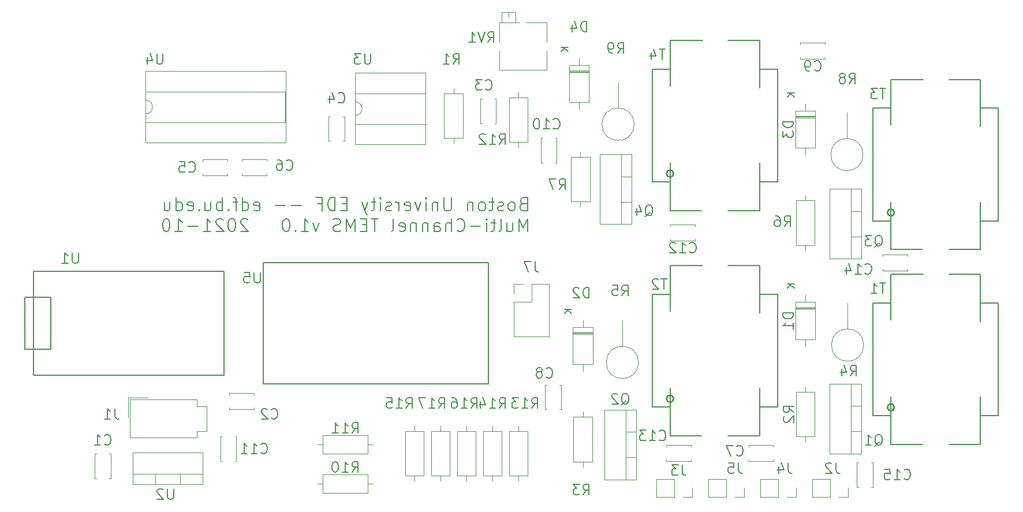
<source format=gbr>
%TF.GenerationSoftware,KiCad,Pcbnew,5.1.10-88a1d61d58~88~ubuntu18.04.1*%
%TF.CreationDate,2021-10-25T10:41:03-04:00*%
%TF.ProjectId,mctens,6d637465-6e73-42e6-9b69-6361645f7063,rev?*%
%TF.SameCoordinates,Original*%
%TF.FileFunction,Legend,Bot*%
%TF.FilePolarity,Positive*%
%FSLAX46Y46*%
G04 Gerber Fmt 4.6, Leading zero omitted, Abs format (unit mm)*
G04 Created by KiCad (PCBNEW 5.1.10-88a1d61d58~88~ubuntu18.04.1) date 2021-10-25 10:41:03*
%MOMM*%
%LPD*%
G01*
G04 APERTURE LIST*
%ADD10C,0.203200*%
%ADD11C,0.150000*%
%ADD12C,0.254000*%
%ADD13C,0.127000*%
%ADD14C,0.120000*%
G04 APERTURE END LIST*
D10*
X104824348Y-58658578D02*
X104552205Y-58749292D01*
X104461491Y-58840007D01*
X104370777Y-59021435D01*
X104370777Y-59293578D01*
X104461491Y-59475007D01*
X104552205Y-59565721D01*
X104733634Y-59656435D01*
X105459348Y-59656435D01*
X105459348Y-57751435D01*
X104824348Y-57751435D01*
X104642920Y-57842150D01*
X104552205Y-57932864D01*
X104461491Y-58114292D01*
X104461491Y-58295721D01*
X104552205Y-58477150D01*
X104642920Y-58567864D01*
X104824348Y-58658578D01*
X105459348Y-58658578D01*
X103282205Y-59656435D02*
X103463634Y-59565721D01*
X103554348Y-59475007D01*
X103645062Y-59293578D01*
X103645062Y-58749292D01*
X103554348Y-58567864D01*
X103463634Y-58477150D01*
X103282205Y-58386435D01*
X103010062Y-58386435D01*
X102828634Y-58477150D01*
X102737920Y-58567864D01*
X102647205Y-58749292D01*
X102647205Y-59293578D01*
X102737920Y-59475007D01*
X102828634Y-59565721D01*
X103010062Y-59656435D01*
X103282205Y-59656435D01*
X101921491Y-59565721D02*
X101740062Y-59656435D01*
X101377205Y-59656435D01*
X101195777Y-59565721D01*
X101105062Y-59384292D01*
X101105062Y-59293578D01*
X101195777Y-59112150D01*
X101377205Y-59021435D01*
X101649348Y-59021435D01*
X101830777Y-58930721D01*
X101921491Y-58749292D01*
X101921491Y-58658578D01*
X101830777Y-58477150D01*
X101649348Y-58386435D01*
X101377205Y-58386435D01*
X101195777Y-58477150D01*
X100560777Y-58386435D02*
X99835062Y-58386435D01*
X100288634Y-57751435D02*
X100288634Y-59384292D01*
X100197920Y-59565721D01*
X100016491Y-59656435D01*
X99835062Y-59656435D01*
X98927920Y-59656435D02*
X99109348Y-59565721D01*
X99200062Y-59475007D01*
X99290777Y-59293578D01*
X99290777Y-58749292D01*
X99200062Y-58567864D01*
X99109348Y-58477150D01*
X98927920Y-58386435D01*
X98655777Y-58386435D01*
X98474348Y-58477150D01*
X98383634Y-58567864D01*
X98292920Y-58749292D01*
X98292920Y-59293578D01*
X98383634Y-59475007D01*
X98474348Y-59565721D01*
X98655777Y-59656435D01*
X98927920Y-59656435D01*
X97476491Y-58386435D02*
X97476491Y-59656435D01*
X97476491Y-58567864D02*
X97385777Y-58477150D01*
X97204348Y-58386435D01*
X96932205Y-58386435D01*
X96750777Y-58477150D01*
X96660062Y-58658578D01*
X96660062Y-59656435D01*
X94301491Y-57751435D02*
X94301491Y-59293578D01*
X94210777Y-59475007D01*
X94120062Y-59565721D01*
X93938634Y-59656435D01*
X93575777Y-59656435D01*
X93394348Y-59565721D01*
X93303634Y-59475007D01*
X93212920Y-59293578D01*
X93212920Y-57751435D01*
X92305777Y-58386435D02*
X92305777Y-59656435D01*
X92305777Y-58567864D02*
X92215062Y-58477150D01*
X92033634Y-58386435D01*
X91761491Y-58386435D01*
X91580062Y-58477150D01*
X91489348Y-58658578D01*
X91489348Y-59656435D01*
X90582205Y-59656435D02*
X90582205Y-58386435D01*
X90582205Y-57751435D02*
X90672920Y-57842150D01*
X90582205Y-57932864D01*
X90491491Y-57842150D01*
X90582205Y-57751435D01*
X90582205Y-57932864D01*
X89856491Y-58386435D02*
X89402920Y-59656435D01*
X88949348Y-58386435D01*
X87497920Y-59565721D02*
X87679348Y-59656435D01*
X88042205Y-59656435D01*
X88223634Y-59565721D01*
X88314348Y-59384292D01*
X88314348Y-58658578D01*
X88223634Y-58477150D01*
X88042205Y-58386435D01*
X87679348Y-58386435D01*
X87497920Y-58477150D01*
X87407205Y-58658578D01*
X87407205Y-58840007D01*
X88314348Y-59021435D01*
X86590777Y-59656435D02*
X86590777Y-58386435D01*
X86590777Y-58749292D02*
X86500062Y-58567864D01*
X86409348Y-58477150D01*
X86227920Y-58386435D01*
X86046491Y-58386435D01*
X85502205Y-59565721D02*
X85320777Y-59656435D01*
X84957920Y-59656435D01*
X84776491Y-59565721D01*
X84685777Y-59384292D01*
X84685777Y-59293578D01*
X84776491Y-59112150D01*
X84957920Y-59021435D01*
X85230062Y-59021435D01*
X85411491Y-58930721D01*
X85502205Y-58749292D01*
X85502205Y-58658578D01*
X85411491Y-58477150D01*
X85230062Y-58386435D01*
X84957920Y-58386435D01*
X84776491Y-58477150D01*
X83869348Y-59656435D02*
X83869348Y-58386435D01*
X83869348Y-57751435D02*
X83960062Y-57842150D01*
X83869348Y-57932864D01*
X83778634Y-57842150D01*
X83869348Y-57751435D01*
X83869348Y-57932864D01*
X83234348Y-58386435D02*
X82508634Y-58386435D01*
X82962205Y-57751435D02*
X82962205Y-59384292D01*
X82871491Y-59565721D01*
X82690062Y-59656435D01*
X82508634Y-59656435D01*
X82055062Y-58386435D02*
X81601491Y-59656435D01*
X81147920Y-58386435D02*
X81601491Y-59656435D01*
X81782920Y-60110007D01*
X81873634Y-60200721D01*
X82055062Y-60291435D01*
X78970777Y-58658578D02*
X78335777Y-58658578D01*
X78063634Y-59656435D02*
X78970777Y-59656435D01*
X78970777Y-57751435D01*
X78063634Y-57751435D01*
X77247205Y-59656435D02*
X77247205Y-57751435D01*
X76793634Y-57751435D01*
X76521491Y-57842150D01*
X76340062Y-58023578D01*
X76249348Y-58205007D01*
X76158634Y-58567864D01*
X76158634Y-58840007D01*
X76249348Y-59202864D01*
X76340062Y-59384292D01*
X76521491Y-59565721D01*
X76793634Y-59656435D01*
X77247205Y-59656435D01*
X74707205Y-58658578D02*
X75342205Y-58658578D01*
X75342205Y-59656435D02*
X75342205Y-57751435D01*
X74435062Y-57751435D01*
X72257920Y-58930721D02*
X70806491Y-58930721D01*
X69899348Y-58930721D02*
X68447920Y-58930721D01*
X65363634Y-59565721D02*
X65545062Y-59656435D01*
X65907920Y-59656435D01*
X66089348Y-59565721D01*
X66180062Y-59384292D01*
X66180062Y-58658578D01*
X66089348Y-58477150D01*
X65907920Y-58386435D01*
X65545062Y-58386435D01*
X65363634Y-58477150D01*
X65272920Y-58658578D01*
X65272920Y-58840007D01*
X66180062Y-59021435D01*
X63640062Y-59656435D02*
X63640062Y-57751435D01*
X63640062Y-59565721D02*
X63821491Y-59656435D01*
X64184348Y-59656435D01*
X64365777Y-59565721D01*
X64456491Y-59475007D01*
X64547205Y-59293578D01*
X64547205Y-58749292D01*
X64456491Y-58567864D01*
X64365777Y-58477150D01*
X64184348Y-58386435D01*
X63821491Y-58386435D01*
X63640062Y-58477150D01*
X63005062Y-58386435D02*
X62279348Y-58386435D01*
X62732920Y-59656435D02*
X62732920Y-58023578D01*
X62642205Y-57842150D01*
X62460777Y-57751435D01*
X62279348Y-57751435D01*
X61644348Y-59475007D02*
X61553634Y-59565721D01*
X61644348Y-59656435D01*
X61735062Y-59565721D01*
X61644348Y-59475007D01*
X61644348Y-59656435D01*
X60737205Y-59656435D02*
X60737205Y-57751435D01*
X60737205Y-58477150D02*
X60555777Y-58386435D01*
X60192920Y-58386435D01*
X60011491Y-58477150D01*
X59920777Y-58567864D01*
X59830062Y-58749292D01*
X59830062Y-59293578D01*
X59920777Y-59475007D01*
X60011491Y-59565721D01*
X60192920Y-59656435D01*
X60555777Y-59656435D01*
X60737205Y-59565721D01*
X58197205Y-58386435D02*
X58197205Y-59656435D01*
X59013634Y-58386435D02*
X59013634Y-59384292D01*
X58922920Y-59565721D01*
X58741491Y-59656435D01*
X58469348Y-59656435D01*
X58287920Y-59565721D01*
X58197205Y-59475007D01*
X57290062Y-59475007D02*
X57199348Y-59565721D01*
X57290062Y-59656435D01*
X57380777Y-59565721D01*
X57290062Y-59475007D01*
X57290062Y-59656435D01*
X55657205Y-59565721D02*
X55838634Y-59656435D01*
X56201491Y-59656435D01*
X56382920Y-59565721D01*
X56473634Y-59384292D01*
X56473634Y-58658578D01*
X56382920Y-58477150D01*
X56201491Y-58386435D01*
X55838634Y-58386435D01*
X55657205Y-58477150D01*
X55566491Y-58658578D01*
X55566491Y-58840007D01*
X56473634Y-59021435D01*
X53933634Y-59656435D02*
X53933634Y-57751435D01*
X53933634Y-59565721D02*
X54115062Y-59656435D01*
X54477920Y-59656435D01*
X54659348Y-59565721D01*
X54750062Y-59475007D01*
X54840777Y-59293578D01*
X54840777Y-58749292D01*
X54750062Y-58567864D01*
X54659348Y-58477150D01*
X54477920Y-58386435D01*
X54115062Y-58386435D01*
X53933634Y-58477150D01*
X52210062Y-58386435D02*
X52210062Y-59656435D01*
X53026491Y-58386435D02*
X53026491Y-59384292D01*
X52935777Y-59565721D01*
X52754348Y-59656435D01*
X52482205Y-59656435D01*
X52300777Y-59565721D01*
X52210062Y-59475007D01*
X105459348Y-62717135D02*
X105459348Y-60812135D01*
X104824348Y-62172850D01*
X104189348Y-60812135D01*
X104189348Y-62717135D01*
X102465777Y-61447135D02*
X102465777Y-62717135D01*
X103282205Y-61447135D02*
X103282205Y-62444992D01*
X103191491Y-62626421D01*
X103010062Y-62717135D01*
X102737920Y-62717135D01*
X102556491Y-62626421D01*
X102465777Y-62535707D01*
X101286491Y-62717135D02*
X101467920Y-62626421D01*
X101558634Y-62444992D01*
X101558634Y-60812135D01*
X100832920Y-61447135D02*
X100107205Y-61447135D01*
X100560777Y-60812135D02*
X100560777Y-62444992D01*
X100470062Y-62626421D01*
X100288634Y-62717135D01*
X100107205Y-62717135D01*
X99472205Y-62717135D02*
X99472205Y-61447135D01*
X99472205Y-60812135D02*
X99562920Y-60902850D01*
X99472205Y-60993564D01*
X99381491Y-60902850D01*
X99472205Y-60812135D01*
X99472205Y-60993564D01*
X98565062Y-61991421D02*
X97113634Y-61991421D01*
X95117920Y-62535707D02*
X95208634Y-62626421D01*
X95480777Y-62717135D01*
X95662205Y-62717135D01*
X95934348Y-62626421D01*
X96115777Y-62444992D01*
X96206491Y-62263564D01*
X96297205Y-61900707D01*
X96297205Y-61628564D01*
X96206491Y-61265707D01*
X96115777Y-61084278D01*
X95934348Y-60902850D01*
X95662205Y-60812135D01*
X95480777Y-60812135D01*
X95208634Y-60902850D01*
X95117920Y-60993564D01*
X94301491Y-62717135D02*
X94301491Y-60812135D01*
X93485062Y-62717135D02*
X93485062Y-61719278D01*
X93575777Y-61537850D01*
X93757205Y-61447135D01*
X94029348Y-61447135D01*
X94210777Y-61537850D01*
X94301491Y-61628564D01*
X91761491Y-62717135D02*
X91761491Y-61719278D01*
X91852205Y-61537850D01*
X92033634Y-61447135D01*
X92396491Y-61447135D01*
X92577920Y-61537850D01*
X91761491Y-62626421D02*
X91942920Y-62717135D01*
X92396491Y-62717135D01*
X92577920Y-62626421D01*
X92668634Y-62444992D01*
X92668634Y-62263564D01*
X92577920Y-62082135D01*
X92396491Y-61991421D01*
X91942920Y-61991421D01*
X91761491Y-61900707D01*
X90854348Y-61447135D02*
X90854348Y-62717135D01*
X90854348Y-61628564D02*
X90763634Y-61537850D01*
X90582205Y-61447135D01*
X90310062Y-61447135D01*
X90128634Y-61537850D01*
X90037920Y-61719278D01*
X90037920Y-62717135D01*
X89130777Y-61447135D02*
X89130777Y-62717135D01*
X89130777Y-61628564D02*
X89040062Y-61537850D01*
X88858634Y-61447135D01*
X88586491Y-61447135D01*
X88405062Y-61537850D01*
X88314348Y-61719278D01*
X88314348Y-62717135D01*
X86681491Y-62626421D02*
X86862920Y-62717135D01*
X87225777Y-62717135D01*
X87407205Y-62626421D01*
X87497920Y-62444992D01*
X87497920Y-61719278D01*
X87407205Y-61537850D01*
X87225777Y-61447135D01*
X86862920Y-61447135D01*
X86681491Y-61537850D01*
X86590777Y-61719278D01*
X86590777Y-61900707D01*
X87497920Y-62082135D01*
X85502205Y-62717135D02*
X85683634Y-62626421D01*
X85774348Y-62444992D01*
X85774348Y-60812135D01*
X83597205Y-60812135D02*
X82508634Y-60812135D01*
X83052920Y-62717135D02*
X83052920Y-60812135D01*
X81873634Y-61719278D02*
X81238634Y-61719278D01*
X80966491Y-62717135D02*
X81873634Y-62717135D01*
X81873634Y-60812135D01*
X80966491Y-60812135D01*
X80150062Y-62717135D02*
X80150062Y-60812135D01*
X79515062Y-62172850D01*
X78880062Y-60812135D01*
X78880062Y-62717135D01*
X78063634Y-62626421D02*
X77791491Y-62717135D01*
X77337920Y-62717135D01*
X77156491Y-62626421D01*
X77065777Y-62535707D01*
X76975062Y-62354278D01*
X76975062Y-62172850D01*
X77065777Y-61991421D01*
X77156491Y-61900707D01*
X77337920Y-61809992D01*
X77700777Y-61719278D01*
X77882205Y-61628564D01*
X77972920Y-61537850D01*
X78063634Y-61356421D01*
X78063634Y-61174992D01*
X77972920Y-60993564D01*
X77882205Y-60902850D01*
X77700777Y-60812135D01*
X77247205Y-60812135D01*
X76975062Y-60902850D01*
X74888634Y-61447135D02*
X74435062Y-62717135D01*
X73981491Y-61447135D01*
X72257920Y-62717135D02*
X73346491Y-62717135D01*
X72802205Y-62717135D02*
X72802205Y-60812135D01*
X72983634Y-61084278D01*
X73165062Y-61265707D01*
X73346491Y-61356421D01*
X71441491Y-62535707D02*
X71350777Y-62626421D01*
X71441491Y-62717135D01*
X71532205Y-62626421D01*
X71441491Y-62535707D01*
X71441491Y-62717135D01*
X70171491Y-60812135D02*
X69990062Y-60812135D01*
X69808634Y-60902850D01*
X69717920Y-60993564D01*
X69627205Y-61174992D01*
X69536491Y-61537850D01*
X69536491Y-61991421D01*
X69627205Y-62354278D01*
X69717920Y-62535707D01*
X69808634Y-62626421D01*
X69990062Y-62717135D01*
X70171491Y-62717135D01*
X70352920Y-62626421D01*
X70443634Y-62535707D01*
X70534348Y-62354278D01*
X70625062Y-61991421D01*
X70625062Y-61537850D01*
X70534348Y-61174992D01*
X70443634Y-60993564D01*
X70352920Y-60902850D01*
X70171491Y-60812135D01*
X64456491Y-60993564D02*
X64365777Y-60902850D01*
X64184348Y-60812135D01*
X63730777Y-60812135D01*
X63549348Y-60902850D01*
X63458634Y-60993564D01*
X63367920Y-61174992D01*
X63367920Y-61356421D01*
X63458634Y-61628564D01*
X64547205Y-62717135D01*
X63367920Y-62717135D01*
X62188634Y-60812135D02*
X62007205Y-60812135D01*
X61825777Y-60902850D01*
X61735062Y-60993564D01*
X61644348Y-61174992D01*
X61553634Y-61537850D01*
X61553634Y-61991421D01*
X61644348Y-62354278D01*
X61735062Y-62535707D01*
X61825777Y-62626421D01*
X62007205Y-62717135D01*
X62188634Y-62717135D01*
X62370062Y-62626421D01*
X62460777Y-62535707D01*
X62551491Y-62354278D01*
X62642205Y-61991421D01*
X62642205Y-61537850D01*
X62551491Y-61174992D01*
X62460777Y-60993564D01*
X62370062Y-60902850D01*
X62188634Y-60812135D01*
X60827920Y-60993564D02*
X60737205Y-60902850D01*
X60555777Y-60812135D01*
X60102205Y-60812135D01*
X59920777Y-60902850D01*
X59830062Y-60993564D01*
X59739348Y-61174992D01*
X59739348Y-61356421D01*
X59830062Y-61628564D01*
X60918634Y-62717135D01*
X59739348Y-62717135D01*
X57925062Y-62717135D02*
X59013634Y-62717135D01*
X58469348Y-62717135D02*
X58469348Y-60812135D01*
X58650777Y-61084278D01*
X58832205Y-61265707D01*
X59013634Y-61356421D01*
X57108634Y-61991421D02*
X55657205Y-61991421D01*
X53752205Y-62717135D02*
X54840777Y-62717135D01*
X54296491Y-62717135D02*
X54296491Y-60812135D01*
X54477920Y-61084278D01*
X54659348Y-61265707D01*
X54840777Y-61356421D01*
X52572920Y-60812135D02*
X52391491Y-60812135D01*
X52210062Y-60902850D01*
X52119348Y-60993564D01*
X52028634Y-61174992D01*
X51937920Y-61537850D01*
X51937920Y-61991421D01*
X52028634Y-62354278D01*
X52119348Y-62535707D01*
X52210062Y-62626421D01*
X52391491Y-62717135D01*
X52572920Y-62717135D01*
X52754348Y-62626421D01*
X52845062Y-62535707D01*
X52935777Y-62354278D01*
X53026491Y-61991421D01*
X53026491Y-61537850D01*
X52935777Y-61174992D01*
X52845062Y-60993564D01*
X52754348Y-60902850D01*
X52572920Y-60812135D01*
D11*
%TO.C,T1*%
X174498000Y-89738200D02*
X174498000Y-73202800D01*
X156159200Y-89738200D02*
X156133800Y-73202800D01*
X171881800Y-73202800D02*
X174498000Y-73202800D01*
X156133800Y-73202800D02*
X158750000Y-73202800D01*
X171881800Y-89738200D02*
X174498000Y-89738200D01*
X156159200Y-89738200D02*
X158750000Y-89738200D01*
X171881800Y-69011800D02*
X167284400Y-69011800D01*
X171881800Y-75920600D02*
X171881800Y-69011800D01*
X158750000Y-69011800D02*
X163499800Y-69011800D01*
X158750000Y-75666600D02*
X158750000Y-69011800D01*
X167259000Y-93929200D02*
X171881800Y-93929200D01*
X171881800Y-86969600D02*
X171881800Y-93929200D01*
X158775400Y-93929200D02*
X163398200Y-93929200D01*
X158750000Y-86944200D02*
X158750000Y-93929200D01*
D12*
X159258000Y-88519000D02*
G75*
G03*
X159258000Y-88519000I-508000J0D01*
G01*
D11*
%TO.C,T2*%
X142113000Y-88468200D02*
X142113000Y-71932800D01*
X123774200Y-88468200D02*
X123748800Y-71932800D01*
X139496800Y-71932800D02*
X142113000Y-71932800D01*
X123748800Y-71932800D02*
X126365000Y-71932800D01*
X139496800Y-88468200D02*
X142113000Y-88468200D01*
X123774200Y-88468200D02*
X126365000Y-88468200D01*
X139496800Y-67741800D02*
X134899400Y-67741800D01*
X139496800Y-74650600D02*
X139496800Y-67741800D01*
X126365000Y-67741800D02*
X131114800Y-67741800D01*
X126365000Y-74396600D02*
X126365000Y-67741800D01*
X134874000Y-92659200D02*
X139496800Y-92659200D01*
X139496800Y-85699600D02*
X139496800Y-92659200D01*
X126390400Y-92659200D02*
X131013200Y-92659200D01*
X126365000Y-85674200D02*
X126365000Y-92659200D01*
D12*
X126873000Y-87249000D02*
G75*
G03*
X126873000Y-87249000I-508000J0D01*
G01*
D11*
%TO.C,T3*%
X174498000Y-61163200D02*
X174498000Y-44627800D01*
X156159200Y-61163200D02*
X156133800Y-44627800D01*
X171881800Y-44627800D02*
X174498000Y-44627800D01*
X156133800Y-44627800D02*
X158750000Y-44627800D01*
X171881800Y-61163200D02*
X174498000Y-61163200D01*
X156159200Y-61163200D02*
X158750000Y-61163200D01*
X171881800Y-40436800D02*
X167284400Y-40436800D01*
X171881800Y-47345600D02*
X171881800Y-40436800D01*
X158750000Y-40436800D02*
X163499800Y-40436800D01*
X158750000Y-47091600D02*
X158750000Y-40436800D01*
X167259000Y-65354200D02*
X171881800Y-65354200D01*
X171881800Y-58394600D02*
X171881800Y-65354200D01*
X158775400Y-65354200D02*
X163398200Y-65354200D01*
X158750000Y-58369200D02*
X158750000Y-65354200D01*
D12*
X159258000Y-59944000D02*
G75*
G03*
X159258000Y-59944000I-508000J0D01*
G01*
D11*
%TO.C,T4*%
X142113000Y-55448200D02*
X142113000Y-38912800D01*
X123774200Y-55448200D02*
X123748800Y-38912800D01*
X139496800Y-38912800D02*
X142113000Y-38912800D01*
X123748800Y-38912800D02*
X126365000Y-38912800D01*
X139496800Y-55448200D02*
X142113000Y-55448200D01*
X123774200Y-55448200D02*
X126365000Y-55448200D01*
X139496800Y-34721800D02*
X134899400Y-34721800D01*
X139496800Y-41630600D02*
X139496800Y-34721800D01*
X126365000Y-34721800D02*
X131114800Y-34721800D01*
X126365000Y-41376600D02*
X126365000Y-34721800D01*
X134874000Y-59639200D02*
X139496800Y-59639200D01*
X139496800Y-52679600D02*
X139496800Y-59639200D01*
X126390400Y-59639200D02*
X131013200Y-59639200D01*
X126365000Y-52654200D02*
X126365000Y-59639200D01*
D12*
X126873000Y-54229000D02*
G75*
G03*
X126873000Y-54229000I-508000J0D01*
G01*
D13*
%TO.C,U5*%
X66675000Y-85090000D02*
X66675000Y-67310000D01*
X99695000Y-85090000D02*
X66675000Y-85090000D01*
X99695000Y-67310000D02*
X99695000Y-85090000D01*
X66675000Y-67310000D02*
X99695000Y-67310000D01*
D14*
%TO.C,R4*%
X154770000Y-79375000D02*
G75*
G03*
X154770000Y-79375000I-2370000J0D01*
G01*
X152400000Y-77005000D02*
X152400000Y-73255000D01*
%TO.C,R5*%
X121750000Y-81915000D02*
G75*
G03*
X121750000Y-81915000I-2370000J0D01*
G01*
X119380000Y-79545000D02*
X119380000Y-75795000D01*
%TO.C,R8*%
X154679000Y-51435000D02*
G75*
G03*
X154679000Y-51435000I-2370000J0D01*
G01*
X152309000Y-49065000D02*
X152309000Y-45315000D01*
%TO.C,R9*%
X121115000Y-46990000D02*
G75*
G03*
X121115000Y-46990000I-2370000J0D01*
G01*
X118745000Y-44620000D02*
X118745000Y-40870000D01*
%TO.C,C1*%
X44105000Y-98955000D02*
X44350000Y-98955000D01*
X42010000Y-98955000D02*
X42255000Y-98955000D01*
X44105000Y-95315000D02*
X44350000Y-95315000D01*
X42010000Y-95315000D02*
X42255000Y-95315000D01*
X44350000Y-95315000D02*
X44350000Y-98955000D01*
X42010000Y-95315000D02*
X42010000Y-98955000D01*
%TO.C,C2*%
X61700000Y-88555000D02*
X61700000Y-88800000D01*
X61700000Y-86460000D02*
X61700000Y-86705000D01*
X65340000Y-88555000D02*
X65340000Y-88800000D01*
X65340000Y-86460000D02*
X65340000Y-86705000D01*
X65340000Y-88800000D02*
X61700000Y-88800000D01*
X65340000Y-86460000D02*
X61700000Y-86460000D01*
%TO.C,C3*%
X98525000Y-43245000D02*
X98525000Y-46885000D01*
X100865000Y-43245000D02*
X100865000Y-46885000D01*
X98525000Y-43245000D02*
X98770000Y-43245000D01*
X100620000Y-43245000D02*
X100865000Y-43245000D01*
X98525000Y-46885000D02*
X98770000Y-46885000D01*
X100620000Y-46885000D02*
X100865000Y-46885000D01*
%TO.C,C4*%
X76545000Y-45825000D02*
X76300000Y-45825000D01*
X78640000Y-45825000D02*
X78395000Y-45825000D01*
X76545000Y-49465000D02*
X76300000Y-49465000D01*
X78640000Y-49465000D02*
X78395000Y-49465000D01*
X76300000Y-49465000D02*
X76300000Y-45825000D01*
X78640000Y-49465000D02*
X78640000Y-45825000D01*
%TO.C,C5*%
X57850000Y-54510000D02*
X61490000Y-54510000D01*
X57850000Y-52170000D02*
X61490000Y-52170000D01*
X57850000Y-54510000D02*
X57850000Y-54265000D01*
X57850000Y-52415000D02*
X57850000Y-52170000D01*
X61490000Y-54510000D02*
X61490000Y-54265000D01*
X61490000Y-52415000D02*
X61490000Y-52170000D01*
%TO.C,C6*%
X67205000Y-52415000D02*
X67205000Y-52170000D01*
X67205000Y-54510000D02*
X67205000Y-54265000D01*
X63565000Y-52415000D02*
X63565000Y-52170000D01*
X63565000Y-54510000D02*
X63565000Y-54265000D01*
X63565000Y-52170000D02*
X67205000Y-52170000D01*
X63565000Y-54510000D02*
X67205000Y-54510000D01*
%TO.C,C7*%
X141540000Y-94080000D02*
X137900000Y-94080000D01*
X141540000Y-96420000D02*
X137900000Y-96420000D01*
X141540000Y-94080000D02*
X141540000Y-94325000D01*
X141540000Y-96175000D02*
X141540000Y-96420000D01*
X137900000Y-94080000D02*
X137900000Y-94325000D01*
X137900000Y-96175000D02*
X137900000Y-96420000D01*
%TO.C,C8*%
X110390000Y-88835000D02*
X110390000Y-85195000D01*
X108050000Y-88835000D02*
X108050000Y-85195000D01*
X110390000Y-88835000D02*
X110145000Y-88835000D01*
X108295000Y-88835000D02*
X108050000Y-88835000D01*
X110390000Y-85195000D02*
X110145000Y-85195000D01*
X108295000Y-85195000D02*
X108050000Y-85195000D01*
%TO.C,C9*%
X149120000Y-35270000D02*
X149120000Y-35025000D01*
X149120000Y-37365000D02*
X149120000Y-37120000D01*
X145480000Y-35270000D02*
X145480000Y-35025000D01*
X145480000Y-37365000D02*
X145480000Y-37120000D01*
X145480000Y-35025000D02*
X149120000Y-35025000D01*
X145480000Y-37365000D02*
X149120000Y-37365000D01*
%TO.C,C10*%
X107660000Y-49000000D02*
X107415000Y-49000000D01*
X109755000Y-49000000D02*
X109510000Y-49000000D01*
X107660000Y-52640000D02*
X107415000Y-52640000D01*
X109755000Y-52640000D02*
X109510000Y-52640000D01*
X107415000Y-52640000D02*
X107415000Y-49000000D01*
X109755000Y-52640000D02*
X109755000Y-49000000D01*
%TO.C,C11*%
X60425000Y-92775000D02*
X60425000Y-96415000D01*
X62765000Y-92775000D02*
X62765000Y-96415000D01*
X60425000Y-92775000D02*
X60670000Y-92775000D01*
X62520000Y-92775000D02*
X62765000Y-92775000D01*
X60425000Y-96415000D02*
X60670000Y-96415000D01*
X62520000Y-96415000D02*
X62765000Y-96415000D01*
%TO.C,D1*%
X144743000Y-73067000D02*
X147683000Y-73067000D01*
X147683000Y-73067000D02*
X147683000Y-78507000D01*
X147683000Y-78507000D02*
X144743000Y-78507000D01*
X144743000Y-78507000D02*
X144743000Y-73067000D01*
X146213000Y-72047000D02*
X146213000Y-73067000D01*
X146213000Y-79527000D02*
X146213000Y-78507000D01*
X144743000Y-73967000D02*
X147683000Y-73967000D01*
X144743000Y-74087000D02*
X147683000Y-74087000D01*
X144743000Y-73847000D02*
X147683000Y-73847000D01*
%TO.C,D2*%
X112104000Y-77530000D02*
X115044000Y-77530000D01*
X112104000Y-77770000D02*
X115044000Y-77770000D01*
X112104000Y-77650000D02*
X115044000Y-77650000D01*
X113574000Y-83210000D02*
X113574000Y-82190000D01*
X113574000Y-75730000D02*
X113574000Y-76750000D01*
X112104000Y-82190000D02*
X112104000Y-76750000D01*
X115044000Y-82190000D02*
X112104000Y-82190000D01*
X115044000Y-76750000D02*
X115044000Y-82190000D01*
X112104000Y-76750000D02*
X115044000Y-76750000D01*
%TO.C,D3*%
X144743000Y-45000000D02*
X147683000Y-45000000D01*
X147683000Y-45000000D02*
X147683000Y-50440000D01*
X147683000Y-50440000D02*
X144743000Y-50440000D01*
X144743000Y-50440000D02*
X144743000Y-45000000D01*
X146213000Y-43980000D02*
X146213000Y-45000000D01*
X146213000Y-51460000D02*
X146213000Y-50440000D01*
X144743000Y-45900000D02*
X147683000Y-45900000D01*
X144743000Y-46020000D02*
X147683000Y-46020000D01*
X144743000Y-45780000D02*
X147683000Y-45780000D01*
%TO.C,D4*%
X111560000Y-39110000D02*
X114500000Y-39110000D01*
X111560000Y-39350000D02*
X114500000Y-39350000D01*
X111560000Y-39230000D02*
X114500000Y-39230000D01*
X113030000Y-44790000D02*
X113030000Y-43770000D01*
X113030000Y-37310000D02*
X113030000Y-38330000D01*
X111560000Y-43770000D02*
X111560000Y-38330000D01*
X114500000Y-43770000D02*
X111560000Y-43770000D01*
X114500000Y-38330000D02*
X114500000Y-43770000D01*
X111560000Y-38330000D02*
X114500000Y-38330000D01*
%TO.C,J1*%
X46930000Y-87120000D02*
X49780000Y-87120000D01*
X46930000Y-89970000D02*
X46930000Y-87120000D01*
X58390000Y-91980000D02*
X58390000Y-90170000D01*
X56990000Y-91980000D02*
X58390000Y-91980000D01*
X56990000Y-92980000D02*
X56990000Y-91980000D01*
X47170000Y-92980000D02*
X56990000Y-92980000D01*
X47170000Y-90170000D02*
X47170000Y-92980000D01*
X58390000Y-88360000D02*
X58390000Y-90170000D01*
X56990000Y-88360000D02*
X58390000Y-88360000D01*
X56990000Y-87360000D02*
X56990000Y-88360000D01*
X47170000Y-87360000D02*
X56990000Y-87360000D01*
X47170000Y-90170000D02*
X47170000Y-87360000D01*
%TO.C,J2*%
X152460000Y-101660000D02*
X152460000Y-100330000D01*
X151130000Y-101660000D02*
X152460000Y-101660000D01*
X149860000Y-101660000D02*
X149860000Y-99000000D01*
X149860000Y-99000000D02*
X147260000Y-99000000D01*
X149860000Y-101660000D02*
X147260000Y-101660000D01*
X147260000Y-101660000D02*
X147260000Y-99000000D01*
%TO.C,J3*%
X129600000Y-101660000D02*
X129600000Y-100330000D01*
X128270000Y-101660000D02*
X129600000Y-101660000D01*
X127000000Y-101660000D02*
X127000000Y-99000000D01*
X127000000Y-99000000D02*
X124400000Y-99000000D01*
X127000000Y-101660000D02*
X124400000Y-101660000D01*
X124400000Y-101660000D02*
X124400000Y-99000000D01*
%TO.C,J4*%
X139640000Y-101660000D02*
X139640000Y-99000000D01*
X142240000Y-101660000D02*
X139640000Y-101660000D01*
X142240000Y-99000000D02*
X139640000Y-99000000D01*
X142240000Y-101660000D02*
X142240000Y-99000000D01*
X143510000Y-101660000D02*
X144840000Y-101660000D01*
X144840000Y-101660000D02*
X144840000Y-100330000D01*
%TO.C,J5*%
X132020000Y-101660000D02*
X132020000Y-99000000D01*
X134620000Y-101660000D02*
X132020000Y-101660000D01*
X134620000Y-99000000D02*
X132020000Y-99000000D01*
X134620000Y-101660000D02*
X134620000Y-99000000D01*
X135890000Y-101660000D02*
X137220000Y-101660000D01*
X137220000Y-101660000D02*
X137220000Y-100330000D01*
%TO.C,Q1*%
X154400000Y-95290000D02*
X154400000Y-85050000D01*
X149759000Y-95290000D02*
X149759000Y-85050000D01*
X154400000Y-95290000D02*
X149759000Y-95290000D01*
X154400000Y-85050000D02*
X149759000Y-85050000D01*
X152890000Y-95290000D02*
X152890000Y-85050000D01*
X154400000Y-92020000D02*
X152890000Y-92020000D01*
X154400000Y-88319000D02*
X152890000Y-88319000D01*
%TO.C,Q2*%
X121380000Y-92129000D02*
X119870000Y-92129000D01*
X121380000Y-95830000D02*
X119870000Y-95830000D01*
X119870000Y-99100000D02*
X119870000Y-88860000D01*
X121380000Y-88860000D02*
X116739000Y-88860000D01*
X121380000Y-99100000D02*
X116739000Y-99100000D01*
X116739000Y-99100000D02*
X116739000Y-88860000D01*
X121380000Y-99100000D02*
X121380000Y-88860000D01*
%TO.C,Q3*%
X154400000Y-66715000D02*
X154400000Y-56475000D01*
X149759000Y-66715000D02*
X149759000Y-56475000D01*
X154400000Y-66715000D02*
X149759000Y-66715000D01*
X154400000Y-56475000D02*
X149759000Y-56475000D01*
X152890000Y-66715000D02*
X152890000Y-56475000D01*
X154400000Y-63445000D02*
X152890000Y-63445000D01*
X154400000Y-59744000D02*
X152890000Y-59744000D01*
%TO.C,Q4*%
X120745000Y-54664000D02*
X119235000Y-54664000D01*
X120745000Y-58365000D02*
X119235000Y-58365000D01*
X119235000Y-61635000D02*
X119235000Y-51395000D01*
X120745000Y-51395000D02*
X116104000Y-51395000D01*
X120745000Y-61635000D02*
X116104000Y-61635000D01*
X116104000Y-61635000D02*
X116104000Y-51395000D01*
X120745000Y-61635000D02*
X120745000Y-51395000D01*
%TO.C,R1*%
X94615000Y-49760000D02*
X94615000Y-48990000D01*
X94615000Y-41680000D02*
X94615000Y-42450000D01*
X93245000Y-48990000D02*
X93245000Y-42450000D01*
X95985000Y-48990000D02*
X93245000Y-48990000D01*
X95985000Y-42450000D02*
X95985000Y-48990000D01*
X93245000Y-42450000D02*
X95985000Y-42450000D01*
%TO.C,R2*%
X146213000Y-93543000D02*
X146213000Y-92773000D01*
X146213000Y-85463000D02*
X146213000Y-86233000D01*
X144843000Y-92773000D02*
X144843000Y-86233000D01*
X147583000Y-92773000D02*
X144843000Y-92773000D01*
X147583000Y-86233000D02*
X147583000Y-92773000D01*
X144843000Y-86233000D02*
X147583000Y-86233000D01*
%TO.C,R3*%
X112204000Y-89916000D02*
X114944000Y-89916000D01*
X114944000Y-89916000D02*
X114944000Y-96456000D01*
X114944000Y-96456000D02*
X112204000Y-96456000D01*
X112204000Y-96456000D02*
X112204000Y-89916000D01*
X113574000Y-89146000D02*
X113574000Y-89916000D01*
X113574000Y-97226000D02*
X113574000Y-96456000D01*
%TO.C,R6*%
X146213000Y-65476000D02*
X146213000Y-64706000D01*
X146213000Y-57396000D02*
X146213000Y-58166000D01*
X144843000Y-64706000D02*
X144843000Y-58166000D01*
X147583000Y-64706000D02*
X144843000Y-64706000D01*
X147583000Y-58166000D02*
X147583000Y-64706000D01*
X144843000Y-58166000D02*
X147583000Y-58166000D01*
%TO.C,R7*%
X113230000Y-59090000D02*
X113230000Y-58320000D01*
X113230000Y-51010000D02*
X113230000Y-51780000D01*
X111860000Y-58320000D02*
X111860000Y-51780000D01*
X114600000Y-58320000D02*
X111860000Y-58320000D01*
X114600000Y-51780000D02*
X114600000Y-58320000D01*
X111860000Y-51780000D02*
X114600000Y-51780000D01*
%TO.C,R10*%
X82010000Y-98325000D02*
X82010000Y-101065000D01*
X82010000Y-101065000D02*
X75470000Y-101065000D01*
X75470000Y-101065000D02*
X75470000Y-98325000D01*
X75470000Y-98325000D02*
X82010000Y-98325000D01*
X82780000Y-99695000D02*
X82010000Y-99695000D01*
X74700000Y-99695000D02*
X75470000Y-99695000D01*
%TO.C,R11*%
X74700000Y-93980000D02*
X75470000Y-93980000D01*
X82780000Y-93980000D02*
X82010000Y-93980000D01*
X75470000Y-92610000D02*
X82010000Y-92610000D01*
X75470000Y-95350000D02*
X75470000Y-92610000D01*
X82010000Y-95350000D02*
X75470000Y-95350000D01*
X82010000Y-92610000D02*
X82010000Y-95350000D01*
%TO.C,R12*%
X102770000Y-43085000D02*
X105510000Y-43085000D01*
X105510000Y-43085000D02*
X105510000Y-49625000D01*
X105510000Y-49625000D02*
X102770000Y-49625000D01*
X102770000Y-49625000D02*
X102770000Y-43085000D01*
X104140000Y-42315000D02*
X104140000Y-43085000D01*
X104140000Y-50395000D02*
X104140000Y-49625000D01*
%TO.C,R13*%
X105510000Y-98520000D02*
X102770000Y-98520000D01*
X102770000Y-98520000D02*
X102770000Y-91980000D01*
X102770000Y-91980000D02*
X105510000Y-91980000D01*
X105510000Y-91980000D02*
X105510000Y-98520000D01*
X104140000Y-99290000D02*
X104140000Y-98520000D01*
X104140000Y-91210000D02*
X104140000Y-91980000D01*
%TO.C,R14*%
X101700000Y-98520000D02*
X98960000Y-98520000D01*
X98960000Y-98520000D02*
X98960000Y-91980000D01*
X98960000Y-91980000D02*
X101700000Y-91980000D01*
X101700000Y-91980000D02*
X101700000Y-98520000D01*
X100330000Y-99290000D02*
X100330000Y-98520000D01*
X100330000Y-91210000D02*
X100330000Y-91980000D01*
%TO.C,R15*%
X88900000Y-91210000D02*
X88900000Y-91980000D01*
X88900000Y-99290000D02*
X88900000Y-98520000D01*
X90270000Y-91980000D02*
X90270000Y-98520000D01*
X87530000Y-91980000D02*
X90270000Y-91980000D01*
X87530000Y-98520000D02*
X87530000Y-91980000D01*
X90270000Y-98520000D02*
X87530000Y-98520000D01*
%TO.C,R16*%
X97890000Y-98520000D02*
X95150000Y-98520000D01*
X95150000Y-98520000D02*
X95150000Y-91980000D01*
X95150000Y-91980000D02*
X97890000Y-91980000D01*
X97890000Y-91980000D02*
X97890000Y-98520000D01*
X96520000Y-99290000D02*
X96520000Y-98520000D01*
X96520000Y-91210000D02*
X96520000Y-91980000D01*
%TO.C,R17*%
X92710000Y-91210000D02*
X92710000Y-91980000D01*
X92710000Y-99290000D02*
X92710000Y-98520000D01*
X94080000Y-91980000D02*
X94080000Y-98520000D01*
X91340000Y-91980000D02*
X94080000Y-91980000D01*
X91340000Y-98520000D02*
X91340000Y-91980000D01*
X94080000Y-98520000D02*
X91340000Y-98520000D01*
%TO.C,RV1*%
X102690000Y-30565000D02*
X102690000Y-31324000D01*
X101680000Y-32084000D02*
X103700000Y-32084000D01*
X101680000Y-30565000D02*
X103700000Y-30565000D01*
X103700000Y-30565000D02*
X103700000Y-32084000D01*
X101680000Y-30565000D02*
X101680000Y-32084000D01*
X101300000Y-39035000D02*
X108250000Y-39035000D01*
X105271000Y-32085000D02*
X108250000Y-32085000D01*
X101300000Y-32085000D02*
X104280000Y-32085000D01*
X108250000Y-36210000D02*
X108250000Y-39035000D01*
X108250000Y-32085000D02*
X108250000Y-34911000D01*
X101300000Y-36210000D02*
X101300000Y-39035000D01*
X101300000Y-32085000D02*
X101300000Y-34911000D01*
%TO.C,U2*%
X54556000Y-99790000D02*
X54556000Y-98280000D01*
X50855000Y-99790000D02*
X50855000Y-98280000D01*
X47585000Y-98280000D02*
X57825000Y-98280000D01*
X57825000Y-99790000D02*
X57825000Y-95149000D01*
X47585000Y-99790000D02*
X47585000Y-95149000D01*
X47585000Y-95149000D02*
X57825000Y-95149000D01*
X47585000Y-99790000D02*
X57825000Y-99790000D01*
%TO.C,U4*%
X49410000Y-49700000D02*
X49410000Y-39200000D01*
X69970000Y-49700000D02*
X49410000Y-49700000D01*
X69970000Y-39200000D02*
X69970000Y-49700000D01*
X49410000Y-39200000D02*
X69970000Y-39200000D01*
X49470000Y-46700000D02*
X49470000Y-45450000D01*
X69910000Y-46700000D02*
X49470000Y-46700000D01*
X69910000Y-42200000D02*
X69910000Y-46700000D01*
X49470000Y-42200000D02*
X69910000Y-42200000D01*
X49470000Y-43450000D02*
X49470000Y-42200000D01*
X49470000Y-45450000D02*
G75*
G03*
X49470000Y-43450000I0J1000000D01*
G01*
%TO.C,U3*%
X80140000Y-49951000D02*
X80140000Y-39451000D01*
X90540000Y-49951000D02*
X80140000Y-49951000D01*
X90540000Y-39451000D02*
X90540000Y-49951000D01*
X80140000Y-39451000D02*
X90540000Y-39451000D01*
X80200000Y-46951000D02*
X80200000Y-45701000D01*
X90480000Y-46951000D02*
X80200000Y-46951000D01*
X90480000Y-42451000D02*
X90480000Y-46951000D01*
X80200000Y-42451000D02*
X90480000Y-42451000D01*
X80200000Y-43701000D02*
X80200000Y-42451000D01*
X80200000Y-45701000D02*
G75*
G03*
X80200000Y-43701000I0J1000000D01*
G01*
D11*
%TO.C,U1*%
X60960000Y-83820000D02*
X33020000Y-83820000D01*
X33020000Y-83820000D02*
X33020000Y-68580000D01*
X33020000Y-68580000D02*
X60960000Y-68580000D01*
X60960000Y-68580000D02*
X60960000Y-83820000D01*
X31750000Y-80010000D02*
X35560000Y-80010000D01*
X35560000Y-80010000D02*
X35560000Y-72390000D01*
X35560000Y-72390000D02*
X31750000Y-72390000D01*
X31750000Y-72390000D02*
X31750000Y-80010000D01*
D14*
%TO.C,J7*%
X104775000Y-70425000D02*
X103445000Y-70425000D01*
X103445000Y-70425000D02*
X103445000Y-71755000D01*
X106045000Y-70425000D02*
X106045000Y-73025000D01*
X106045000Y-73025000D02*
X103445000Y-73025000D01*
X103445000Y-73025000D02*
X103445000Y-78165000D01*
X108645000Y-78165000D02*
X103445000Y-78165000D01*
X108645000Y-70425000D02*
X108645000Y-78165000D01*
X108645000Y-70425000D02*
X106045000Y-70425000D01*
%TO.C,C12*%
X130070000Y-61940000D02*
X130070000Y-61695000D01*
X130070000Y-64035000D02*
X130070000Y-63790000D01*
X126430000Y-61940000D02*
X126430000Y-61695000D01*
X126430000Y-64035000D02*
X126430000Y-63790000D01*
X126430000Y-61695000D02*
X130070000Y-61695000D01*
X126430000Y-64035000D02*
X130070000Y-64035000D01*
%TO.C,C13*%
X125795000Y-96420000D02*
X129435000Y-96420000D01*
X125795000Y-94080000D02*
X129435000Y-94080000D01*
X125795000Y-96420000D02*
X125795000Y-96175000D01*
X125795000Y-94325000D02*
X125795000Y-94080000D01*
X129435000Y-96420000D02*
X129435000Y-96175000D01*
X129435000Y-94325000D02*
X129435000Y-94080000D01*
%TO.C,C14*%
X157545000Y-68480000D02*
X161185000Y-68480000D01*
X157545000Y-66140000D02*
X161185000Y-66140000D01*
X157545000Y-68480000D02*
X157545000Y-68235000D01*
X157545000Y-66385000D02*
X157545000Y-66140000D01*
X161185000Y-68480000D02*
X161185000Y-68235000D01*
X161185000Y-66385000D02*
X161185000Y-66140000D01*
%TO.C,C15*%
X155865000Y-100225000D02*
X156110000Y-100225000D01*
X153770000Y-100225000D02*
X154015000Y-100225000D01*
X155865000Y-96585000D02*
X156110000Y-96585000D01*
X153770000Y-96585000D02*
X154015000Y-96585000D01*
X156110000Y-96585000D02*
X156110000Y-100225000D01*
X153770000Y-96585000D02*
X153770000Y-100225000D01*
%TO.C,T1*%
D10*
X158006142Y-70285428D02*
X157135285Y-70285428D01*
X157570714Y-71809428D02*
X157570714Y-70285428D01*
X155829000Y-71809428D02*
X156699857Y-71809428D01*
X156264428Y-71809428D02*
X156264428Y-70285428D01*
X156409571Y-70503142D01*
X156554714Y-70648285D01*
X156699857Y-70720857D01*
%TO.C,T2*%
X125938642Y-69650428D02*
X125067785Y-69650428D01*
X125503214Y-71174428D02*
X125503214Y-69650428D01*
X124632357Y-69795571D02*
X124559785Y-69723000D01*
X124414642Y-69650428D01*
X124051785Y-69650428D01*
X123906642Y-69723000D01*
X123834071Y-69795571D01*
X123761500Y-69940714D01*
X123761500Y-70085857D01*
X123834071Y-70303571D01*
X124704928Y-71174428D01*
X123761500Y-71174428D01*
%TO.C,T3*%
X158006142Y-41710428D02*
X157135285Y-41710428D01*
X157570714Y-43234428D02*
X157570714Y-41710428D01*
X156772428Y-41710428D02*
X155829000Y-41710428D01*
X156337000Y-42291000D01*
X156119285Y-42291000D01*
X155974142Y-42363571D01*
X155901571Y-42436142D01*
X155829000Y-42581285D01*
X155829000Y-42944142D01*
X155901571Y-43089285D01*
X155974142Y-43161857D01*
X156119285Y-43234428D01*
X156554714Y-43234428D01*
X156699857Y-43161857D01*
X156772428Y-43089285D01*
%TO.C,T4*%
X125621142Y-35995428D02*
X124750285Y-35995428D01*
X125185714Y-37519428D02*
X125185714Y-35995428D01*
X123589142Y-36503428D02*
X123589142Y-37519428D01*
X123952000Y-35922857D02*
X124314857Y-37011428D01*
X123371428Y-37011428D01*
%TO.C,U5*%
X66248642Y-68697928D02*
X66248642Y-69931642D01*
X66176071Y-70076785D01*
X66103500Y-70149357D01*
X65958357Y-70221928D01*
X65668071Y-70221928D01*
X65522928Y-70149357D01*
X65450357Y-70076785D01*
X65377785Y-69931642D01*
X65377785Y-68697928D01*
X63926357Y-68697928D02*
X64652071Y-68697928D01*
X64724642Y-69423642D01*
X64652071Y-69351071D01*
X64506928Y-69278500D01*
X64144071Y-69278500D01*
X63998928Y-69351071D01*
X63926357Y-69423642D01*
X63853785Y-69568785D01*
X63853785Y-69931642D01*
X63926357Y-70076785D01*
X63998928Y-70149357D01*
X64144071Y-70221928D01*
X64506928Y-70221928D01*
X64652071Y-70149357D01*
X64724642Y-70076785D01*
%TO.C,R4*%
X152817000Y-83905928D02*
X153325000Y-83180214D01*
X153687857Y-83905928D02*
X153687857Y-82381928D01*
X153107285Y-82381928D01*
X152962142Y-82454500D01*
X152889571Y-82527071D01*
X152817000Y-82672214D01*
X152817000Y-82889928D01*
X152889571Y-83035071D01*
X152962142Y-83107642D01*
X153107285Y-83180214D01*
X153687857Y-83180214D01*
X151510714Y-82889928D02*
X151510714Y-83905928D01*
X151873571Y-82309357D02*
X152236428Y-83397928D01*
X151293000Y-83397928D01*
%TO.C,R5*%
X119316500Y-72126928D02*
X119824500Y-71401214D01*
X120187357Y-72126928D02*
X120187357Y-70602928D01*
X119606785Y-70602928D01*
X119461642Y-70675500D01*
X119389071Y-70748071D01*
X119316500Y-70893214D01*
X119316500Y-71110928D01*
X119389071Y-71256071D01*
X119461642Y-71328642D01*
X119606785Y-71401214D01*
X120187357Y-71401214D01*
X117937642Y-70602928D02*
X118663357Y-70602928D01*
X118735928Y-71328642D01*
X118663357Y-71256071D01*
X118518214Y-71183500D01*
X118155357Y-71183500D01*
X118010214Y-71256071D01*
X117937642Y-71328642D01*
X117865071Y-71473785D01*
X117865071Y-71836642D01*
X117937642Y-71981785D01*
X118010214Y-72054357D01*
X118155357Y-72126928D01*
X118518214Y-72126928D01*
X118663357Y-72054357D01*
X118735928Y-71981785D01*
%TO.C,R8*%
X152654000Y-41011928D02*
X153162000Y-40286214D01*
X153524857Y-41011928D02*
X153524857Y-39487928D01*
X152944285Y-39487928D01*
X152799142Y-39560500D01*
X152726571Y-39633071D01*
X152654000Y-39778214D01*
X152654000Y-39995928D01*
X152726571Y-40141071D01*
X152799142Y-40213642D01*
X152944285Y-40286214D01*
X153524857Y-40286214D01*
X151783142Y-40141071D02*
X151928285Y-40068500D01*
X152000857Y-39995928D01*
X152073428Y-39850785D01*
X152073428Y-39778214D01*
X152000857Y-39633071D01*
X151928285Y-39560500D01*
X151783142Y-39487928D01*
X151492857Y-39487928D01*
X151347714Y-39560500D01*
X151275142Y-39633071D01*
X151202571Y-39778214D01*
X151202571Y-39850785D01*
X151275142Y-39995928D01*
X151347714Y-40068500D01*
X151492857Y-40141071D01*
X151783142Y-40141071D01*
X151928285Y-40213642D01*
X152000857Y-40286214D01*
X152073428Y-40431357D01*
X152073428Y-40721642D01*
X152000857Y-40866785D01*
X151928285Y-40939357D01*
X151783142Y-41011928D01*
X151492857Y-41011928D01*
X151347714Y-40939357D01*
X151275142Y-40866785D01*
X151202571Y-40721642D01*
X151202571Y-40431357D01*
X151275142Y-40286214D01*
X151347714Y-40213642D01*
X151492857Y-40141071D01*
%TO.C,R9*%
X118681500Y-36566928D02*
X119189500Y-35841214D01*
X119552357Y-36566928D02*
X119552357Y-35042928D01*
X118971785Y-35042928D01*
X118826642Y-35115500D01*
X118754071Y-35188071D01*
X118681500Y-35333214D01*
X118681500Y-35550928D01*
X118754071Y-35696071D01*
X118826642Y-35768642D01*
X118971785Y-35841214D01*
X119552357Y-35841214D01*
X117955785Y-36566928D02*
X117665500Y-36566928D01*
X117520357Y-36494357D01*
X117447785Y-36421785D01*
X117302642Y-36204071D01*
X117230071Y-35913785D01*
X117230071Y-35333214D01*
X117302642Y-35188071D01*
X117375214Y-35115500D01*
X117520357Y-35042928D01*
X117810642Y-35042928D01*
X117955785Y-35115500D01*
X118028357Y-35188071D01*
X118100928Y-35333214D01*
X118100928Y-35696071D01*
X118028357Y-35841214D01*
X117955785Y-35913785D01*
X117810642Y-35986357D01*
X117520357Y-35986357D01*
X117375214Y-35913785D01*
X117302642Y-35841214D01*
X117230071Y-35696071D01*
%TO.C,C1*%
X43434000Y-93889285D02*
X43506571Y-93961857D01*
X43724285Y-94034428D01*
X43869428Y-94034428D01*
X44087142Y-93961857D01*
X44232285Y-93816714D01*
X44304857Y-93671571D01*
X44377428Y-93381285D01*
X44377428Y-93163571D01*
X44304857Y-92873285D01*
X44232285Y-92728142D01*
X44087142Y-92583000D01*
X43869428Y-92510428D01*
X43724285Y-92510428D01*
X43506571Y-92583000D01*
X43434000Y-92655571D01*
X41982571Y-94034428D02*
X42853428Y-94034428D01*
X42418000Y-94034428D02*
X42418000Y-92510428D01*
X42563142Y-92728142D01*
X42708285Y-92873285D01*
X42853428Y-92945857D01*
%TO.C,C2*%
X67881500Y-90079285D02*
X67954071Y-90151857D01*
X68171785Y-90224428D01*
X68316928Y-90224428D01*
X68534642Y-90151857D01*
X68679785Y-90006714D01*
X68752357Y-89861571D01*
X68824928Y-89571285D01*
X68824928Y-89353571D01*
X68752357Y-89063285D01*
X68679785Y-88918142D01*
X68534642Y-88773000D01*
X68316928Y-88700428D01*
X68171785Y-88700428D01*
X67954071Y-88773000D01*
X67881500Y-88845571D01*
X67300928Y-88845571D02*
X67228357Y-88773000D01*
X67083214Y-88700428D01*
X66720357Y-88700428D01*
X66575214Y-88773000D01*
X66502642Y-88845571D01*
X66430071Y-88990714D01*
X66430071Y-89135857D01*
X66502642Y-89353571D01*
X67373500Y-90224428D01*
X66430071Y-90224428D01*
%TO.C,C3*%
X99314000Y-41819285D02*
X99386571Y-41891857D01*
X99604285Y-41964428D01*
X99749428Y-41964428D01*
X99967142Y-41891857D01*
X100112285Y-41746714D01*
X100184857Y-41601571D01*
X100257428Y-41311285D01*
X100257428Y-41093571D01*
X100184857Y-40803285D01*
X100112285Y-40658142D01*
X99967142Y-40513000D01*
X99749428Y-40440428D01*
X99604285Y-40440428D01*
X99386571Y-40513000D01*
X99314000Y-40585571D01*
X98806000Y-40440428D02*
X97862571Y-40440428D01*
X98370571Y-41021000D01*
X98152857Y-41021000D01*
X98007714Y-41093571D01*
X97935142Y-41166142D01*
X97862571Y-41311285D01*
X97862571Y-41674142D01*
X97935142Y-41819285D01*
X98007714Y-41891857D01*
X98152857Y-41964428D01*
X98588285Y-41964428D01*
X98733428Y-41891857D01*
X98806000Y-41819285D01*
%TO.C,C4*%
X77724000Y-43724285D02*
X77796571Y-43796857D01*
X78014285Y-43869428D01*
X78159428Y-43869428D01*
X78377142Y-43796857D01*
X78522285Y-43651714D01*
X78594857Y-43506571D01*
X78667428Y-43216285D01*
X78667428Y-42998571D01*
X78594857Y-42708285D01*
X78522285Y-42563142D01*
X78377142Y-42418000D01*
X78159428Y-42345428D01*
X78014285Y-42345428D01*
X77796571Y-42418000D01*
X77724000Y-42490571D01*
X76417714Y-42853428D02*
X76417714Y-43869428D01*
X76780571Y-42272857D02*
X77143428Y-43361428D01*
X76200000Y-43361428D01*
%TO.C,C5*%
X55816500Y-53884285D02*
X55889071Y-53956857D01*
X56106785Y-54029428D01*
X56251928Y-54029428D01*
X56469642Y-53956857D01*
X56614785Y-53811714D01*
X56687357Y-53666571D01*
X56759928Y-53376285D01*
X56759928Y-53158571D01*
X56687357Y-52868285D01*
X56614785Y-52723142D01*
X56469642Y-52578000D01*
X56251928Y-52505428D01*
X56106785Y-52505428D01*
X55889071Y-52578000D01*
X55816500Y-52650571D01*
X54437642Y-52505428D02*
X55163357Y-52505428D01*
X55235928Y-53231142D01*
X55163357Y-53158571D01*
X55018214Y-53086000D01*
X54655357Y-53086000D01*
X54510214Y-53158571D01*
X54437642Y-53231142D01*
X54365071Y-53376285D01*
X54365071Y-53739142D01*
X54437642Y-53884285D01*
X54510214Y-53956857D01*
X54655357Y-54029428D01*
X55018214Y-54029428D01*
X55163357Y-53956857D01*
X55235928Y-53884285D01*
%TO.C,C6*%
X70104000Y-53566785D02*
X70176571Y-53639357D01*
X70394285Y-53711928D01*
X70539428Y-53711928D01*
X70757142Y-53639357D01*
X70902285Y-53494214D01*
X70974857Y-53349071D01*
X71047428Y-53058785D01*
X71047428Y-52841071D01*
X70974857Y-52550785D01*
X70902285Y-52405642D01*
X70757142Y-52260500D01*
X70539428Y-52187928D01*
X70394285Y-52187928D01*
X70176571Y-52260500D01*
X70104000Y-52333071D01*
X68797714Y-52187928D02*
X69088000Y-52187928D01*
X69233142Y-52260500D01*
X69305714Y-52333071D01*
X69450857Y-52550785D01*
X69523428Y-52841071D01*
X69523428Y-53421642D01*
X69450857Y-53566785D01*
X69378285Y-53639357D01*
X69233142Y-53711928D01*
X68942857Y-53711928D01*
X68797714Y-53639357D01*
X68725142Y-53566785D01*
X68652571Y-53421642D01*
X68652571Y-53058785D01*
X68725142Y-52913642D01*
X68797714Y-52841071D01*
X68942857Y-52768500D01*
X69233142Y-52768500D01*
X69378285Y-52841071D01*
X69450857Y-52913642D01*
X69523428Y-53058785D01*
%TO.C,C7*%
X136144000Y-95476785D02*
X136216571Y-95549357D01*
X136434285Y-95621928D01*
X136579428Y-95621928D01*
X136797142Y-95549357D01*
X136942285Y-95404214D01*
X137014857Y-95259071D01*
X137087428Y-94968785D01*
X137087428Y-94751071D01*
X137014857Y-94460785D01*
X136942285Y-94315642D01*
X136797142Y-94170500D01*
X136579428Y-94097928D01*
X136434285Y-94097928D01*
X136216571Y-94170500D01*
X136144000Y-94243071D01*
X135636000Y-94097928D02*
X134620000Y-94097928D01*
X135273142Y-95621928D01*
%TO.C,C8*%
X108204000Y-84046785D02*
X108276571Y-84119357D01*
X108494285Y-84191928D01*
X108639428Y-84191928D01*
X108857142Y-84119357D01*
X109002285Y-83974214D01*
X109074857Y-83829071D01*
X109147428Y-83538785D01*
X109147428Y-83321071D01*
X109074857Y-83030785D01*
X109002285Y-82885642D01*
X108857142Y-82740500D01*
X108639428Y-82667928D01*
X108494285Y-82667928D01*
X108276571Y-82740500D01*
X108204000Y-82813071D01*
X107333142Y-83321071D02*
X107478285Y-83248500D01*
X107550857Y-83175928D01*
X107623428Y-83030785D01*
X107623428Y-82958214D01*
X107550857Y-82813071D01*
X107478285Y-82740500D01*
X107333142Y-82667928D01*
X107042857Y-82667928D01*
X106897714Y-82740500D01*
X106825142Y-82813071D01*
X106752571Y-82958214D01*
X106752571Y-83030785D01*
X106825142Y-83175928D01*
X106897714Y-83248500D01*
X107042857Y-83321071D01*
X107333142Y-83321071D01*
X107478285Y-83393642D01*
X107550857Y-83466214D01*
X107623428Y-83611357D01*
X107623428Y-83901642D01*
X107550857Y-84046785D01*
X107478285Y-84119357D01*
X107333142Y-84191928D01*
X107042857Y-84191928D01*
X106897714Y-84119357D01*
X106825142Y-84046785D01*
X106752571Y-83901642D01*
X106752571Y-83611357D01*
X106825142Y-83466214D01*
X106897714Y-83393642D01*
X107042857Y-83321071D01*
%TO.C,C9*%
X147554000Y-39039285D02*
X147626571Y-39111857D01*
X147844285Y-39184428D01*
X147989428Y-39184428D01*
X148207142Y-39111857D01*
X148352285Y-38966714D01*
X148424857Y-38821571D01*
X148497428Y-38531285D01*
X148497428Y-38313571D01*
X148424857Y-38023285D01*
X148352285Y-37878142D01*
X148207142Y-37733000D01*
X147989428Y-37660428D01*
X147844285Y-37660428D01*
X147626571Y-37733000D01*
X147554000Y-37805571D01*
X146828285Y-39184428D02*
X146538000Y-39184428D01*
X146392857Y-39111857D01*
X146320285Y-39039285D01*
X146175142Y-38821571D01*
X146102571Y-38531285D01*
X146102571Y-37950714D01*
X146175142Y-37805571D01*
X146247714Y-37733000D01*
X146392857Y-37660428D01*
X146683142Y-37660428D01*
X146828285Y-37733000D01*
X146900857Y-37805571D01*
X146973428Y-37950714D01*
X146973428Y-38313571D01*
X146900857Y-38458714D01*
X146828285Y-38531285D01*
X146683142Y-38603857D01*
X146392857Y-38603857D01*
X146247714Y-38531285D01*
X146175142Y-38458714D01*
X146102571Y-38313571D01*
%TO.C,C10*%
X109247214Y-47534285D02*
X109319785Y-47606857D01*
X109537500Y-47679428D01*
X109682642Y-47679428D01*
X109900357Y-47606857D01*
X110045500Y-47461714D01*
X110118071Y-47316571D01*
X110190642Y-47026285D01*
X110190642Y-46808571D01*
X110118071Y-46518285D01*
X110045500Y-46373142D01*
X109900357Y-46228000D01*
X109682642Y-46155428D01*
X109537500Y-46155428D01*
X109319785Y-46228000D01*
X109247214Y-46300571D01*
X107795785Y-47679428D02*
X108666642Y-47679428D01*
X108231214Y-47679428D02*
X108231214Y-46155428D01*
X108376357Y-46373142D01*
X108521500Y-46518285D01*
X108666642Y-46590857D01*
X106852357Y-46155428D02*
X106707214Y-46155428D01*
X106562071Y-46228000D01*
X106489500Y-46300571D01*
X106416928Y-46445714D01*
X106344357Y-46736000D01*
X106344357Y-47098857D01*
X106416928Y-47389142D01*
X106489500Y-47534285D01*
X106562071Y-47606857D01*
X106707214Y-47679428D01*
X106852357Y-47679428D01*
X106997500Y-47606857D01*
X107070071Y-47534285D01*
X107142642Y-47389142D01*
X107215214Y-47098857D01*
X107215214Y-46736000D01*
X107142642Y-46445714D01*
X107070071Y-46300571D01*
X106997500Y-46228000D01*
X106852357Y-46155428D01*
%TO.C,C11*%
X66384714Y-95159285D02*
X66457285Y-95231857D01*
X66675000Y-95304428D01*
X66820142Y-95304428D01*
X67037857Y-95231857D01*
X67183000Y-95086714D01*
X67255571Y-94941571D01*
X67328142Y-94651285D01*
X67328142Y-94433571D01*
X67255571Y-94143285D01*
X67183000Y-93998142D01*
X67037857Y-93853000D01*
X66820142Y-93780428D01*
X66675000Y-93780428D01*
X66457285Y-93853000D01*
X66384714Y-93925571D01*
X64933285Y-95304428D02*
X65804142Y-95304428D01*
X65368714Y-95304428D02*
X65368714Y-93780428D01*
X65513857Y-93998142D01*
X65659000Y-94143285D01*
X65804142Y-94215857D01*
X63481857Y-95304428D02*
X64352714Y-95304428D01*
X63917285Y-95304428D02*
X63917285Y-93780428D01*
X64062428Y-93998142D01*
X64207571Y-94143285D01*
X64352714Y-94215857D01*
%TO.C,D1*%
X144432428Y-74662142D02*
X142908428Y-74662142D01*
X142908428Y-75025000D01*
X142981000Y-75242714D01*
X143126142Y-75387857D01*
X143271285Y-75460428D01*
X143561571Y-75533000D01*
X143779285Y-75533000D01*
X144069571Y-75460428D01*
X144214714Y-75387857D01*
X144359857Y-75242714D01*
X144432428Y-75025000D01*
X144432428Y-74662142D01*
X144432428Y-76984428D02*
X144432428Y-76113571D01*
X144432428Y-76549000D02*
X142908428Y-76549000D01*
X143126142Y-76403857D01*
X143271285Y-76258714D01*
X143343857Y-76113571D01*
D11*
X144565380Y-70445095D02*
X143565380Y-70445095D01*
X144565380Y-71016523D02*
X143993952Y-70587952D01*
X143565380Y-71016523D02*
X144136809Y-70445095D01*
%TO.C,D2*%
D10*
X114472357Y-72444428D02*
X114472357Y-70920428D01*
X114109500Y-70920428D01*
X113891785Y-70993000D01*
X113746642Y-71138142D01*
X113674071Y-71283285D01*
X113601500Y-71573571D01*
X113601500Y-71791285D01*
X113674071Y-72081571D01*
X113746642Y-72226714D01*
X113891785Y-72371857D01*
X114109500Y-72444428D01*
X114472357Y-72444428D01*
X113020928Y-71065571D02*
X112948357Y-70993000D01*
X112803214Y-70920428D01*
X112440357Y-70920428D01*
X112295214Y-70993000D01*
X112222642Y-71065571D01*
X112150071Y-71210714D01*
X112150071Y-71355857D01*
X112222642Y-71573571D01*
X113093500Y-72444428D01*
X112150071Y-72444428D01*
D11*
X111926380Y-74128095D02*
X110926380Y-74128095D01*
X111926380Y-74699523D02*
X111354952Y-74270952D01*
X110926380Y-74699523D02*
X111497809Y-74128095D01*
%TO.C,D3*%
D10*
X144432428Y-46595142D02*
X142908428Y-46595142D01*
X142908428Y-46958000D01*
X142981000Y-47175714D01*
X143126142Y-47320857D01*
X143271285Y-47393428D01*
X143561571Y-47466000D01*
X143779285Y-47466000D01*
X144069571Y-47393428D01*
X144214714Y-47320857D01*
X144359857Y-47175714D01*
X144432428Y-46958000D01*
X144432428Y-46595142D01*
X142908428Y-47974000D02*
X142908428Y-48917428D01*
X143489000Y-48409428D01*
X143489000Y-48627142D01*
X143561571Y-48772285D01*
X143634142Y-48844857D01*
X143779285Y-48917428D01*
X144142142Y-48917428D01*
X144287285Y-48844857D01*
X144359857Y-48772285D01*
X144432428Y-48627142D01*
X144432428Y-48191714D01*
X144359857Y-48046571D01*
X144287285Y-47974000D01*
D11*
X144565380Y-42378095D02*
X143565380Y-42378095D01*
X144565380Y-42949523D02*
X143993952Y-42520952D01*
X143565380Y-42949523D02*
X144136809Y-42378095D01*
%TO.C,D4*%
D10*
X114154857Y-33391928D02*
X114154857Y-31867928D01*
X113792000Y-31867928D01*
X113574285Y-31940500D01*
X113429142Y-32085642D01*
X113356571Y-32230785D01*
X113284000Y-32521071D01*
X113284000Y-32738785D01*
X113356571Y-33029071D01*
X113429142Y-33174214D01*
X113574285Y-33319357D01*
X113792000Y-33391928D01*
X114154857Y-33391928D01*
X111977714Y-32375928D02*
X111977714Y-33391928D01*
X112340571Y-31795357D02*
X112703428Y-32883928D01*
X111760000Y-32883928D01*
D11*
X111382380Y-35708095D02*
X110382380Y-35708095D01*
X111382380Y-36279523D02*
X110810952Y-35850952D01*
X110382380Y-36279523D02*
X110953809Y-35708095D01*
%TO.C,J1*%
D10*
X44958000Y-88700428D02*
X44958000Y-89789000D01*
X45030571Y-90006714D01*
X45175714Y-90151857D01*
X45393428Y-90224428D01*
X45538571Y-90224428D01*
X43434000Y-90224428D02*
X44304857Y-90224428D01*
X43869428Y-90224428D02*
X43869428Y-88700428D01*
X44014571Y-88918142D01*
X44159714Y-89063285D01*
X44304857Y-89135857D01*
%TO.C,J2*%
X150685500Y-96637928D02*
X150685500Y-97726500D01*
X150758071Y-97944214D01*
X150903214Y-98089357D01*
X151120928Y-98161928D01*
X151266071Y-98161928D01*
X150032357Y-96783071D02*
X149959785Y-96710500D01*
X149814642Y-96637928D01*
X149451785Y-96637928D01*
X149306642Y-96710500D01*
X149234071Y-96783071D01*
X149161500Y-96928214D01*
X149161500Y-97073357D01*
X149234071Y-97291071D01*
X150104928Y-98161928D01*
X149161500Y-98161928D01*
%TO.C,J3*%
X128143000Y-96955428D02*
X128143000Y-98044000D01*
X128215571Y-98261714D01*
X128360714Y-98406857D01*
X128578428Y-98479428D01*
X128723571Y-98479428D01*
X127562428Y-96955428D02*
X126619000Y-96955428D01*
X127127000Y-97536000D01*
X126909285Y-97536000D01*
X126764142Y-97608571D01*
X126691571Y-97681142D01*
X126619000Y-97826285D01*
X126619000Y-98189142D01*
X126691571Y-98334285D01*
X126764142Y-98406857D01*
X126909285Y-98479428D01*
X127344714Y-98479428D01*
X127489857Y-98406857D01*
X127562428Y-98334285D01*
%TO.C,J4*%
X143700500Y-96637928D02*
X143700500Y-97726500D01*
X143773071Y-97944214D01*
X143918214Y-98089357D01*
X144135928Y-98161928D01*
X144281071Y-98161928D01*
X142321642Y-97145928D02*
X142321642Y-98161928D01*
X142684500Y-96565357D02*
X143047357Y-97653928D01*
X142103928Y-97653928D01*
%TO.C,J5*%
X136398000Y-96637928D02*
X136398000Y-97726500D01*
X136470571Y-97944214D01*
X136615714Y-98089357D01*
X136833428Y-98161928D01*
X136978571Y-98161928D01*
X134946571Y-96637928D02*
X135672285Y-96637928D01*
X135744857Y-97363642D01*
X135672285Y-97291071D01*
X135527142Y-97218500D01*
X135164285Y-97218500D01*
X135019142Y-97291071D01*
X134946571Y-97363642D01*
X134874000Y-97508785D01*
X134874000Y-97871642D01*
X134946571Y-98016785D01*
X135019142Y-98089357D01*
X135164285Y-98161928D01*
X135527142Y-98161928D01*
X135672285Y-98089357D01*
X135744857Y-98016785D01*
%TO.C,Q1*%
X156355142Y-94179571D02*
X156500285Y-94107000D01*
X156645428Y-93961857D01*
X156863142Y-93744142D01*
X157008285Y-93671571D01*
X157153428Y-93671571D01*
X157080857Y-94034428D02*
X157226000Y-93961857D01*
X157371142Y-93816714D01*
X157443714Y-93526428D01*
X157443714Y-93018428D01*
X157371142Y-92728142D01*
X157226000Y-92583000D01*
X157080857Y-92510428D01*
X156790571Y-92510428D01*
X156645428Y-92583000D01*
X156500285Y-92728142D01*
X156427714Y-93018428D01*
X156427714Y-93526428D01*
X156500285Y-93816714D01*
X156645428Y-93961857D01*
X156790571Y-94034428D01*
X157080857Y-94034428D01*
X154976285Y-94034428D02*
X155847142Y-94034428D01*
X155411714Y-94034428D02*
X155411714Y-92510428D01*
X155556857Y-92728142D01*
X155702000Y-92873285D01*
X155847142Y-92945857D01*
%TO.C,Q2*%
X119207642Y-88147071D02*
X119352785Y-88074500D01*
X119497928Y-87929357D01*
X119715642Y-87711642D01*
X119860785Y-87639071D01*
X120005928Y-87639071D01*
X119933357Y-88001928D02*
X120078500Y-87929357D01*
X120223642Y-87784214D01*
X120296214Y-87493928D01*
X120296214Y-86985928D01*
X120223642Y-86695642D01*
X120078500Y-86550500D01*
X119933357Y-86477928D01*
X119643071Y-86477928D01*
X119497928Y-86550500D01*
X119352785Y-86695642D01*
X119280214Y-86985928D01*
X119280214Y-87493928D01*
X119352785Y-87784214D01*
X119497928Y-87929357D01*
X119643071Y-88001928D01*
X119933357Y-88001928D01*
X118699642Y-86623071D02*
X118627071Y-86550500D01*
X118481928Y-86477928D01*
X118119071Y-86477928D01*
X117973928Y-86550500D01*
X117901357Y-86623071D01*
X117828785Y-86768214D01*
X117828785Y-86913357D01*
X117901357Y-87131071D01*
X118772214Y-88001928D01*
X117828785Y-88001928D01*
%TO.C,Q3*%
X156355142Y-64969571D02*
X156500285Y-64897000D01*
X156645428Y-64751857D01*
X156863142Y-64534142D01*
X157008285Y-64461571D01*
X157153428Y-64461571D01*
X157080857Y-64824428D02*
X157226000Y-64751857D01*
X157371142Y-64606714D01*
X157443714Y-64316428D01*
X157443714Y-63808428D01*
X157371142Y-63518142D01*
X157226000Y-63373000D01*
X157080857Y-63300428D01*
X156790571Y-63300428D01*
X156645428Y-63373000D01*
X156500285Y-63518142D01*
X156427714Y-63808428D01*
X156427714Y-64316428D01*
X156500285Y-64606714D01*
X156645428Y-64751857D01*
X156790571Y-64824428D01*
X157080857Y-64824428D01*
X155919714Y-63300428D02*
X154976285Y-63300428D01*
X155484285Y-63881000D01*
X155266571Y-63881000D01*
X155121428Y-63953571D01*
X155048857Y-64026142D01*
X154976285Y-64171285D01*
X154976285Y-64534142D01*
X155048857Y-64679285D01*
X155121428Y-64751857D01*
X155266571Y-64824428D01*
X155702000Y-64824428D01*
X155847142Y-64751857D01*
X155919714Y-64679285D01*
%TO.C,Q4*%
X122700142Y-60524571D02*
X122845285Y-60452000D01*
X122990428Y-60306857D01*
X123208142Y-60089142D01*
X123353285Y-60016571D01*
X123498428Y-60016571D01*
X123425857Y-60379428D02*
X123571000Y-60306857D01*
X123716142Y-60161714D01*
X123788714Y-59871428D01*
X123788714Y-59363428D01*
X123716142Y-59073142D01*
X123571000Y-58928000D01*
X123425857Y-58855428D01*
X123135571Y-58855428D01*
X122990428Y-58928000D01*
X122845285Y-59073142D01*
X122772714Y-59363428D01*
X122772714Y-59871428D01*
X122845285Y-60161714D01*
X122990428Y-60306857D01*
X123135571Y-60379428D01*
X123425857Y-60379428D01*
X121466428Y-59363428D02*
X121466428Y-60379428D01*
X121829285Y-58782857D02*
X122192142Y-59871428D01*
X121248714Y-59871428D01*
%TO.C,R1*%
X94551500Y-38154428D02*
X95059500Y-37428714D01*
X95422357Y-38154428D02*
X95422357Y-36630428D01*
X94841785Y-36630428D01*
X94696642Y-36703000D01*
X94624071Y-36775571D01*
X94551500Y-36920714D01*
X94551500Y-37138428D01*
X94624071Y-37283571D01*
X94696642Y-37356142D01*
X94841785Y-37428714D01*
X95422357Y-37428714D01*
X93100071Y-38154428D02*
X93970928Y-38154428D01*
X93535500Y-38154428D02*
X93535500Y-36630428D01*
X93680642Y-36848142D01*
X93825785Y-36993285D01*
X93970928Y-37065857D01*
%TO.C,R2*%
X144532428Y-89249000D02*
X143806714Y-88741000D01*
X144532428Y-88378142D02*
X143008428Y-88378142D01*
X143008428Y-88958714D01*
X143081000Y-89103857D01*
X143153571Y-89176428D01*
X143298714Y-89249000D01*
X143516428Y-89249000D01*
X143661571Y-89176428D01*
X143734142Y-89103857D01*
X143806714Y-88958714D01*
X143806714Y-88378142D01*
X143153571Y-89829571D02*
X143081000Y-89902142D01*
X143008428Y-90047285D01*
X143008428Y-90410142D01*
X143081000Y-90555285D01*
X143153571Y-90627857D01*
X143298714Y-90700428D01*
X143443857Y-90700428D01*
X143661571Y-90627857D01*
X144532428Y-89757000D01*
X144532428Y-90700428D01*
%TO.C,R3*%
X113601500Y-101336928D02*
X114109500Y-100611214D01*
X114472357Y-101336928D02*
X114472357Y-99812928D01*
X113891785Y-99812928D01*
X113746642Y-99885500D01*
X113674071Y-99958071D01*
X113601500Y-100103214D01*
X113601500Y-100320928D01*
X113674071Y-100466071D01*
X113746642Y-100538642D01*
X113891785Y-100611214D01*
X114472357Y-100611214D01*
X113093500Y-99812928D02*
X112150071Y-99812928D01*
X112658071Y-100393500D01*
X112440357Y-100393500D01*
X112295214Y-100466071D01*
X112222642Y-100538642D01*
X112150071Y-100683785D01*
X112150071Y-101046642D01*
X112222642Y-101191785D01*
X112295214Y-101264357D01*
X112440357Y-101336928D01*
X112875785Y-101336928D01*
X113020928Y-101264357D01*
X113093500Y-101191785D01*
%TO.C,R6*%
X143129000Y-61966928D02*
X143637000Y-61241214D01*
X143999857Y-61966928D02*
X143999857Y-60442928D01*
X143419285Y-60442928D01*
X143274142Y-60515500D01*
X143201571Y-60588071D01*
X143129000Y-60733214D01*
X143129000Y-60950928D01*
X143201571Y-61096071D01*
X143274142Y-61168642D01*
X143419285Y-61241214D01*
X143999857Y-61241214D01*
X141822714Y-60442928D02*
X142113000Y-60442928D01*
X142258142Y-60515500D01*
X142330714Y-60588071D01*
X142475857Y-60805785D01*
X142548428Y-61096071D01*
X142548428Y-61676642D01*
X142475857Y-61821785D01*
X142403285Y-61894357D01*
X142258142Y-61966928D01*
X141967857Y-61966928D01*
X141822714Y-61894357D01*
X141750142Y-61821785D01*
X141677571Y-61676642D01*
X141677571Y-61313785D01*
X141750142Y-61168642D01*
X141822714Y-61096071D01*
X141967857Y-61023500D01*
X142258142Y-61023500D01*
X142403285Y-61096071D01*
X142475857Y-61168642D01*
X142548428Y-61313785D01*
%TO.C,R7*%
X110109000Y-56569428D02*
X110617000Y-55843714D01*
X110979857Y-56569428D02*
X110979857Y-55045428D01*
X110399285Y-55045428D01*
X110254142Y-55118000D01*
X110181571Y-55190571D01*
X110109000Y-55335714D01*
X110109000Y-55553428D01*
X110181571Y-55698571D01*
X110254142Y-55771142D01*
X110399285Y-55843714D01*
X110979857Y-55843714D01*
X109601000Y-55045428D02*
X108585000Y-55045428D01*
X109238142Y-56569428D01*
%TO.C,R10*%
X79719714Y-98014428D02*
X80227714Y-97288714D01*
X80590571Y-98014428D02*
X80590571Y-96490428D01*
X80010000Y-96490428D01*
X79864857Y-96563000D01*
X79792285Y-96635571D01*
X79719714Y-96780714D01*
X79719714Y-96998428D01*
X79792285Y-97143571D01*
X79864857Y-97216142D01*
X80010000Y-97288714D01*
X80590571Y-97288714D01*
X78268285Y-98014428D02*
X79139142Y-98014428D01*
X78703714Y-98014428D02*
X78703714Y-96490428D01*
X78848857Y-96708142D01*
X78994000Y-96853285D01*
X79139142Y-96925857D01*
X77324857Y-96490428D02*
X77179714Y-96490428D01*
X77034571Y-96563000D01*
X76962000Y-96635571D01*
X76889428Y-96780714D01*
X76816857Y-97071000D01*
X76816857Y-97433857D01*
X76889428Y-97724142D01*
X76962000Y-97869285D01*
X77034571Y-97941857D01*
X77179714Y-98014428D01*
X77324857Y-98014428D01*
X77470000Y-97941857D01*
X77542571Y-97869285D01*
X77615142Y-97724142D01*
X77687714Y-97433857D01*
X77687714Y-97071000D01*
X77615142Y-96780714D01*
X77542571Y-96635571D01*
X77470000Y-96563000D01*
X77324857Y-96490428D01*
%TO.C,R11*%
X79719714Y-92299428D02*
X80227714Y-91573714D01*
X80590571Y-92299428D02*
X80590571Y-90775428D01*
X80010000Y-90775428D01*
X79864857Y-90848000D01*
X79792285Y-90920571D01*
X79719714Y-91065714D01*
X79719714Y-91283428D01*
X79792285Y-91428571D01*
X79864857Y-91501142D01*
X80010000Y-91573714D01*
X80590571Y-91573714D01*
X78268285Y-92299428D02*
X79139142Y-92299428D01*
X78703714Y-92299428D02*
X78703714Y-90775428D01*
X78848857Y-90993142D01*
X78994000Y-91138285D01*
X79139142Y-91210857D01*
X76816857Y-92299428D02*
X77687714Y-92299428D01*
X77252285Y-92299428D02*
X77252285Y-90775428D01*
X77397428Y-90993142D01*
X77542571Y-91138285D01*
X77687714Y-91210857D01*
%TO.C,R12*%
X101309714Y-49901928D02*
X101817714Y-49176214D01*
X102180571Y-49901928D02*
X102180571Y-48377928D01*
X101600000Y-48377928D01*
X101454857Y-48450500D01*
X101382285Y-48523071D01*
X101309714Y-48668214D01*
X101309714Y-48885928D01*
X101382285Y-49031071D01*
X101454857Y-49103642D01*
X101600000Y-49176214D01*
X102180571Y-49176214D01*
X99858285Y-49901928D02*
X100729142Y-49901928D01*
X100293714Y-49901928D02*
X100293714Y-48377928D01*
X100438857Y-48595642D01*
X100584000Y-48740785D01*
X100729142Y-48813357D01*
X99277714Y-48523071D02*
X99205142Y-48450500D01*
X99060000Y-48377928D01*
X98697142Y-48377928D01*
X98552000Y-48450500D01*
X98479428Y-48523071D01*
X98406857Y-48668214D01*
X98406857Y-48813357D01*
X98479428Y-49031071D01*
X99350285Y-49901928D01*
X98406857Y-49901928D01*
%TO.C,R13*%
X106072214Y-88636928D02*
X106580214Y-87911214D01*
X106943071Y-88636928D02*
X106943071Y-87112928D01*
X106362500Y-87112928D01*
X106217357Y-87185500D01*
X106144785Y-87258071D01*
X106072214Y-87403214D01*
X106072214Y-87620928D01*
X106144785Y-87766071D01*
X106217357Y-87838642D01*
X106362500Y-87911214D01*
X106943071Y-87911214D01*
X104620785Y-88636928D02*
X105491642Y-88636928D01*
X105056214Y-88636928D02*
X105056214Y-87112928D01*
X105201357Y-87330642D01*
X105346500Y-87475785D01*
X105491642Y-87548357D01*
X104112785Y-87112928D02*
X103169357Y-87112928D01*
X103677357Y-87693500D01*
X103459642Y-87693500D01*
X103314500Y-87766071D01*
X103241928Y-87838642D01*
X103169357Y-87983785D01*
X103169357Y-88346642D01*
X103241928Y-88491785D01*
X103314500Y-88564357D01*
X103459642Y-88636928D01*
X103895071Y-88636928D01*
X104040214Y-88564357D01*
X104112785Y-88491785D01*
%TO.C,R14*%
X101309714Y-88636928D02*
X101817714Y-87911214D01*
X102180571Y-88636928D02*
X102180571Y-87112928D01*
X101600000Y-87112928D01*
X101454857Y-87185500D01*
X101382285Y-87258071D01*
X101309714Y-87403214D01*
X101309714Y-87620928D01*
X101382285Y-87766071D01*
X101454857Y-87838642D01*
X101600000Y-87911214D01*
X102180571Y-87911214D01*
X99858285Y-88636928D02*
X100729142Y-88636928D01*
X100293714Y-88636928D02*
X100293714Y-87112928D01*
X100438857Y-87330642D01*
X100584000Y-87475785D01*
X100729142Y-87548357D01*
X98552000Y-87620928D02*
X98552000Y-88636928D01*
X98914857Y-87040357D02*
X99277714Y-88128928D01*
X98334285Y-88128928D01*
%TO.C,R15*%
X87657214Y-88636928D02*
X88165214Y-87911214D01*
X88528071Y-88636928D02*
X88528071Y-87112928D01*
X87947500Y-87112928D01*
X87802357Y-87185500D01*
X87729785Y-87258071D01*
X87657214Y-87403214D01*
X87657214Y-87620928D01*
X87729785Y-87766071D01*
X87802357Y-87838642D01*
X87947500Y-87911214D01*
X88528071Y-87911214D01*
X86205785Y-88636928D02*
X87076642Y-88636928D01*
X86641214Y-88636928D02*
X86641214Y-87112928D01*
X86786357Y-87330642D01*
X86931500Y-87475785D01*
X87076642Y-87548357D01*
X84826928Y-87112928D02*
X85552642Y-87112928D01*
X85625214Y-87838642D01*
X85552642Y-87766071D01*
X85407500Y-87693500D01*
X85044642Y-87693500D01*
X84899500Y-87766071D01*
X84826928Y-87838642D01*
X84754357Y-87983785D01*
X84754357Y-88346642D01*
X84826928Y-88491785D01*
X84899500Y-88564357D01*
X85044642Y-88636928D01*
X85407500Y-88636928D01*
X85552642Y-88564357D01*
X85625214Y-88491785D01*
%TO.C,R16*%
X97182214Y-88636928D02*
X97690214Y-87911214D01*
X98053071Y-88636928D02*
X98053071Y-87112928D01*
X97472500Y-87112928D01*
X97327357Y-87185500D01*
X97254785Y-87258071D01*
X97182214Y-87403214D01*
X97182214Y-87620928D01*
X97254785Y-87766071D01*
X97327357Y-87838642D01*
X97472500Y-87911214D01*
X98053071Y-87911214D01*
X95730785Y-88636928D02*
X96601642Y-88636928D01*
X96166214Y-88636928D02*
X96166214Y-87112928D01*
X96311357Y-87330642D01*
X96456500Y-87475785D01*
X96601642Y-87548357D01*
X94424500Y-87112928D02*
X94714785Y-87112928D01*
X94859928Y-87185500D01*
X94932500Y-87258071D01*
X95077642Y-87475785D01*
X95150214Y-87766071D01*
X95150214Y-88346642D01*
X95077642Y-88491785D01*
X95005071Y-88564357D01*
X94859928Y-88636928D01*
X94569642Y-88636928D01*
X94424500Y-88564357D01*
X94351928Y-88491785D01*
X94279357Y-88346642D01*
X94279357Y-87983785D01*
X94351928Y-87838642D01*
X94424500Y-87766071D01*
X94569642Y-87693500D01*
X94859928Y-87693500D01*
X95005071Y-87766071D01*
X95077642Y-87838642D01*
X95150214Y-87983785D01*
%TO.C,R17*%
X92419714Y-88636928D02*
X92927714Y-87911214D01*
X93290571Y-88636928D02*
X93290571Y-87112928D01*
X92710000Y-87112928D01*
X92564857Y-87185500D01*
X92492285Y-87258071D01*
X92419714Y-87403214D01*
X92419714Y-87620928D01*
X92492285Y-87766071D01*
X92564857Y-87838642D01*
X92710000Y-87911214D01*
X93290571Y-87911214D01*
X90968285Y-88636928D02*
X91839142Y-88636928D01*
X91403714Y-88636928D02*
X91403714Y-87112928D01*
X91548857Y-87330642D01*
X91694000Y-87475785D01*
X91839142Y-87548357D01*
X90460285Y-87112928D02*
X89444285Y-87112928D01*
X90097428Y-88636928D01*
%TO.C,RV1*%
X99649642Y-34979428D02*
X100157642Y-34253714D01*
X100520500Y-34979428D02*
X100520500Y-33455428D01*
X99939928Y-33455428D01*
X99794785Y-33528000D01*
X99722214Y-33600571D01*
X99649642Y-33745714D01*
X99649642Y-33963428D01*
X99722214Y-34108571D01*
X99794785Y-34181142D01*
X99939928Y-34253714D01*
X100520500Y-34253714D01*
X99214214Y-33455428D02*
X98706214Y-34979428D01*
X98198214Y-33455428D01*
X96891928Y-34979428D02*
X97762785Y-34979428D01*
X97327357Y-34979428D02*
X97327357Y-33455428D01*
X97472500Y-33673142D01*
X97617642Y-33818285D01*
X97762785Y-33890857D01*
%TO.C,U2*%
X53548642Y-100447928D02*
X53548642Y-101681642D01*
X53476071Y-101826785D01*
X53403500Y-101899357D01*
X53258357Y-101971928D01*
X52968071Y-101971928D01*
X52822928Y-101899357D01*
X52750357Y-101826785D01*
X52677785Y-101681642D01*
X52677785Y-100447928D01*
X52024642Y-100593071D02*
X51952071Y-100520500D01*
X51806928Y-100447928D01*
X51444071Y-100447928D01*
X51298928Y-100520500D01*
X51226357Y-100593071D01*
X51153785Y-100738214D01*
X51153785Y-100883357D01*
X51226357Y-101101071D01*
X52097214Y-101971928D01*
X51153785Y-101971928D01*
%TO.C,U4*%
X51961142Y-36630428D02*
X51961142Y-37864142D01*
X51888571Y-38009285D01*
X51816000Y-38081857D01*
X51670857Y-38154428D01*
X51380571Y-38154428D01*
X51235428Y-38081857D01*
X51162857Y-38009285D01*
X51090285Y-37864142D01*
X51090285Y-36630428D01*
X49711428Y-37138428D02*
X49711428Y-38154428D01*
X50074285Y-36557857D02*
X50437142Y-37646428D01*
X49493714Y-37646428D01*
%TO.C,U3*%
X82441142Y-36630428D02*
X82441142Y-37864142D01*
X82368571Y-38009285D01*
X82296000Y-38081857D01*
X82150857Y-38154428D01*
X81860571Y-38154428D01*
X81715428Y-38081857D01*
X81642857Y-38009285D01*
X81570285Y-37864142D01*
X81570285Y-36630428D01*
X80989714Y-36630428D02*
X80046285Y-36630428D01*
X80554285Y-37211000D01*
X80336571Y-37211000D01*
X80191428Y-37283571D01*
X80118857Y-37356142D01*
X80046285Y-37501285D01*
X80046285Y-37864142D01*
X80118857Y-38009285D01*
X80191428Y-38081857D01*
X80336571Y-38154428D01*
X80772000Y-38154428D01*
X80917142Y-38081857D01*
X80989714Y-38009285D01*
%TO.C,U1*%
X39578642Y-65840428D02*
X39578642Y-67074142D01*
X39506071Y-67219285D01*
X39433500Y-67291857D01*
X39288357Y-67364428D01*
X38998071Y-67364428D01*
X38852928Y-67291857D01*
X38780357Y-67219285D01*
X38707785Y-67074142D01*
X38707785Y-65840428D01*
X37183785Y-67364428D02*
X38054642Y-67364428D01*
X37619214Y-67364428D02*
X37619214Y-65840428D01*
X37764357Y-66058142D01*
X37909500Y-66203285D01*
X38054642Y-66275857D01*
%TO.C,J7*%
X106553000Y-67110428D02*
X106553000Y-68199000D01*
X106625571Y-68416714D01*
X106770714Y-68561857D01*
X106988428Y-68634428D01*
X107133571Y-68634428D01*
X105972428Y-67110428D02*
X104956428Y-67110428D01*
X105609571Y-68634428D01*
%TO.C,C12*%
X129229714Y-65709285D02*
X129302285Y-65781857D01*
X129520000Y-65854428D01*
X129665142Y-65854428D01*
X129882857Y-65781857D01*
X130028000Y-65636714D01*
X130100571Y-65491571D01*
X130173142Y-65201285D01*
X130173142Y-64983571D01*
X130100571Y-64693285D01*
X130028000Y-64548142D01*
X129882857Y-64403000D01*
X129665142Y-64330428D01*
X129520000Y-64330428D01*
X129302285Y-64403000D01*
X129229714Y-64475571D01*
X127778285Y-65854428D02*
X128649142Y-65854428D01*
X128213714Y-65854428D02*
X128213714Y-64330428D01*
X128358857Y-64548142D01*
X128504000Y-64693285D01*
X128649142Y-64765857D01*
X127197714Y-64475571D02*
X127125142Y-64403000D01*
X126980000Y-64330428D01*
X126617142Y-64330428D01*
X126472000Y-64403000D01*
X126399428Y-64475571D01*
X126326857Y-64620714D01*
X126326857Y-64765857D01*
X126399428Y-64983571D01*
X127270285Y-65854428D01*
X126326857Y-65854428D01*
%TO.C,C13*%
X124804714Y-93254285D02*
X124877285Y-93326857D01*
X125095000Y-93399428D01*
X125240142Y-93399428D01*
X125457857Y-93326857D01*
X125603000Y-93181714D01*
X125675571Y-93036571D01*
X125748142Y-92746285D01*
X125748142Y-92528571D01*
X125675571Y-92238285D01*
X125603000Y-92093142D01*
X125457857Y-91948000D01*
X125240142Y-91875428D01*
X125095000Y-91875428D01*
X124877285Y-91948000D01*
X124804714Y-92020571D01*
X123353285Y-93399428D02*
X124224142Y-93399428D01*
X123788714Y-93399428D02*
X123788714Y-91875428D01*
X123933857Y-92093142D01*
X124079000Y-92238285D01*
X124224142Y-92310857D01*
X122845285Y-91875428D02*
X121901857Y-91875428D01*
X122409857Y-92456000D01*
X122192142Y-92456000D01*
X122047000Y-92528571D01*
X121974428Y-92601142D01*
X121901857Y-92746285D01*
X121901857Y-93109142D01*
X121974428Y-93254285D01*
X122047000Y-93326857D01*
X122192142Y-93399428D01*
X122627571Y-93399428D01*
X122772714Y-93326857D01*
X122845285Y-93254285D01*
%TO.C,C14*%
X154967214Y-68806785D02*
X155039785Y-68879357D01*
X155257500Y-68951928D01*
X155402642Y-68951928D01*
X155620357Y-68879357D01*
X155765500Y-68734214D01*
X155838071Y-68589071D01*
X155910642Y-68298785D01*
X155910642Y-68081071D01*
X155838071Y-67790785D01*
X155765500Y-67645642D01*
X155620357Y-67500500D01*
X155402642Y-67427928D01*
X155257500Y-67427928D01*
X155039785Y-67500500D01*
X154967214Y-67573071D01*
X153515785Y-68951928D02*
X154386642Y-68951928D01*
X153951214Y-68951928D02*
X153951214Y-67427928D01*
X154096357Y-67645642D01*
X154241500Y-67790785D01*
X154386642Y-67863357D01*
X152209500Y-67935928D02*
X152209500Y-68951928D01*
X152572357Y-67355357D02*
X152935214Y-68443928D01*
X151991785Y-68443928D01*
%TO.C,C15*%
X160682214Y-98949285D02*
X160754785Y-99021857D01*
X160972500Y-99094428D01*
X161117642Y-99094428D01*
X161335357Y-99021857D01*
X161480500Y-98876714D01*
X161553071Y-98731571D01*
X161625642Y-98441285D01*
X161625642Y-98223571D01*
X161553071Y-97933285D01*
X161480500Y-97788142D01*
X161335357Y-97643000D01*
X161117642Y-97570428D01*
X160972500Y-97570428D01*
X160754785Y-97643000D01*
X160682214Y-97715571D01*
X159230785Y-99094428D02*
X160101642Y-99094428D01*
X159666214Y-99094428D02*
X159666214Y-97570428D01*
X159811357Y-97788142D01*
X159956500Y-97933285D01*
X160101642Y-98005857D01*
X157851928Y-97570428D02*
X158577642Y-97570428D01*
X158650214Y-98296142D01*
X158577642Y-98223571D01*
X158432500Y-98151000D01*
X158069642Y-98151000D01*
X157924500Y-98223571D01*
X157851928Y-98296142D01*
X157779357Y-98441285D01*
X157779357Y-98804142D01*
X157851928Y-98949285D01*
X157924500Y-99021857D01*
X158069642Y-99094428D01*
X158432500Y-99094428D01*
X158577642Y-99021857D01*
X158650214Y-98949285D01*
%TD*%
M02*

</source>
